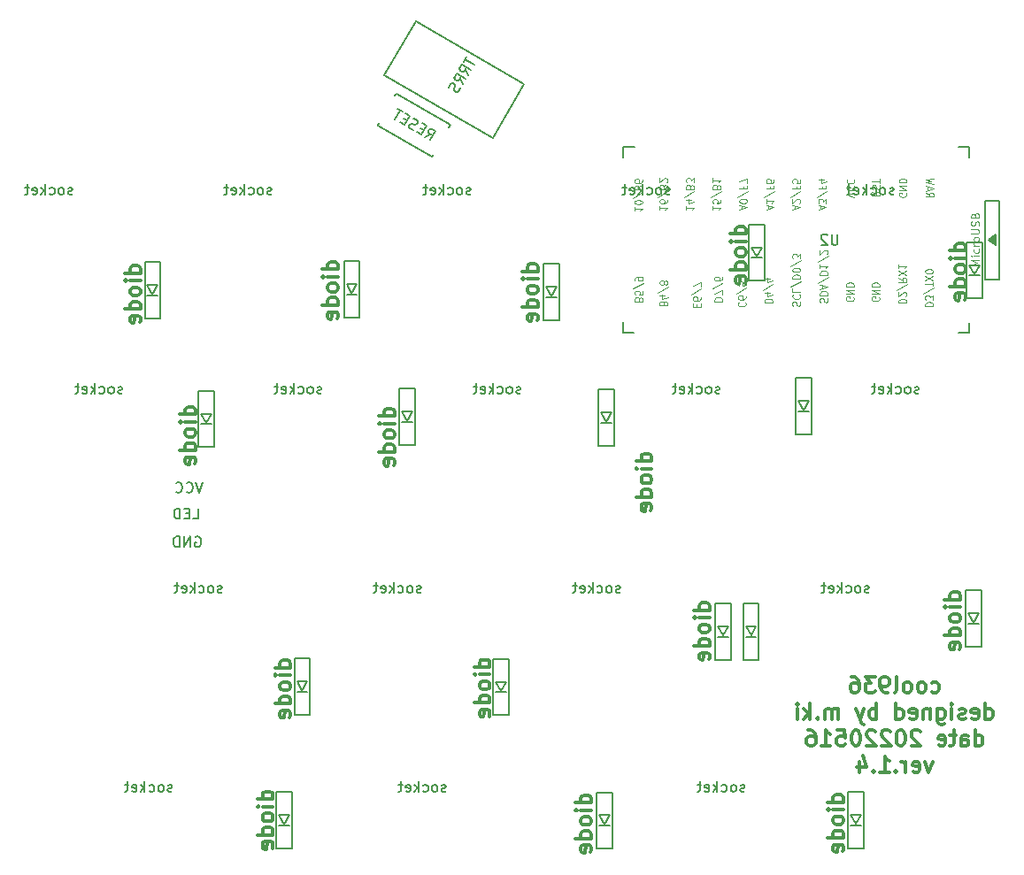
<source format=gbr>
G04 #@! TF.GenerationSoftware,KiCad,Pcbnew,(5.1.6-0-10_14)*
G04 #@! TF.CreationDate,2022-05-18T19:33:53+09:00*
G04 #@! TF.ProjectId,cool936,636f6f6c-3933-4362-9e6b-696361645f70,rev?*
G04 #@! TF.SameCoordinates,Original*
G04 #@! TF.FileFunction,Legend,Bot*
G04 #@! TF.FilePolarity,Positive*
%FSLAX46Y46*%
G04 Gerber Fmt 4.6, Leading zero omitted, Abs format (unit mm)*
G04 Created by KiCad (PCBNEW (5.1.6-0-10_14)) date 2022-05-18 19:33:53*
%MOMM*%
%LPD*%
G01*
G04 APERTURE LIST*
%ADD10C,0.300000*%
%ADD11C,0.150000*%
%ADD12C,0.120000*%
%ADD13C,0.125000*%
G04 APERTURE END LIST*
D10*
X193308571Y-16284285D02*
X191808571Y-16284285D01*
X193237142Y-16284285D02*
X193308571Y-16141428D01*
X193308571Y-15855714D01*
X193237142Y-15712857D01*
X193165714Y-15641428D01*
X193022857Y-15570000D01*
X192594285Y-15570000D01*
X192451428Y-15641428D01*
X192380000Y-15712857D01*
X192308571Y-15855714D01*
X192308571Y-16141428D01*
X192380000Y-16284285D01*
X193308571Y-16998571D02*
X192308571Y-16998571D01*
X191808571Y-16998571D02*
X191880000Y-16927142D01*
X191951428Y-16998571D01*
X191880000Y-17070000D01*
X191808571Y-16998571D01*
X191951428Y-16998571D01*
X193308571Y-17927142D02*
X193237142Y-17784285D01*
X193165714Y-17712857D01*
X193022857Y-17641428D01*
X192594285Y-17641428D01*
X192451428Y-17712857D01*
X192380000Y-17784285D01*
X192308571Y-17927142D01*
X192308571Y-18141428D01*
X192380000Y-18284285D01*
X192451428Y-18355714D01*
X192594285Y-18427142D01*
X193022857Y-18427142D01*
X193165714Y-18355714D01*
X193237142Y-18284285D01*
X193308571Y-18141428D01*
X193308571Y-17927142D01*
X193308571Y-19712857D02*
X191808571Y-19712857D01*
X193237142Y-19712857D02*
X193308571Y-19570000D01*
X193308571Y-19284285D01*
X193237142Y-19141428D01*
X193165714Y-19070000D01*
X193022857Y-18998571D01*
X192594285Y-18998571D01*
X192451428Y-19070000D01*
X192380000Y-19141428D01*
X192308571Y-19284285D01*
X192308571Y-19570000D01*
X192380000Y-19712857D01*
X193237142Y-20998571D02*
X193308571Y-20855714D01*
X193308571Y-20570000D01*
X193237142Y-20427142D01*
X193094285Y-20355714D01*
X192522857Y-20355714D01*
X192380000Y-20427142D01*
X192308571Y-20570000D01*
X192308571Y-20855714D01*
X192380000Y-20998571D01*
X192522857Y-21070000D01*
X192665714Y-21070000D01*
X192808571Y-20355714D01*
X266958571Y-604285D02*
X265458571Y-604285D01*
X266887142Y-604285D02*
X266958571Y-461428D01*
X266958571Y-175714D01*
X266887142Y-32857D01*
X266815714Y38571D01*
X266672857Y110000D01*
X266244285Y110000D01*
X266101428Y38571D01*
X266030000Y-32857D01*
X265958571Y-175714D01*
X265958571Y-461428D01*
X266030000Y-604285D01*
X266958571Y-1318571D02*
X265958571Y-1318571D01*
X265458571Y-1318571D02*
X265530000Y-1247142D01*
X265601428Y-1318571D01*
X265530000Y-1390000D01*
X265458571Y-1318571D01*
X265601428Y-1318571D01*
X266958571Y-2247142D02*
X266887142Y-2104285D01*
X266815714Y-2032857D01*
X266672857Y-1961428D01*
X266244285Y-1961428D01*
X266101428Y-2032857D01*
X266030000Y-2104285D01*
X265958571Y-2247142D01*
X265958571Y-2461428D01*
X266030000Y-2604285D01*
X266101428Y-2675714D01*
X266244285Y-2747142D01*
X266672857Y-2747142D01*
X266815714Y-2675714D01*
X266887142Y-2604285D01*
X266958571Y-2461428D01*
X266958571Y-2247142D01*
X266958571Y-4032857D02*
X265458571Y-4032857D01*
X266887142Y-4032857D02*
X266958571Y-3890000D01*
X266958571Y-3604285D01*
X266887142Y-3461428D01*
X266815714Y-3390000D01*
X266672857Y-3318571D01*
X266244285Y-3318571D01*
X266101428Y-3390000D01*
X266030000Y-3461428D01*
X265958571Y-3604285D01*
X265958571Y-3890000D01*
X266030000Y-4032857D01*
X266887142Y-5318571D02*
X266958571Y-5175714D01*
X266958571Y-4890000D01*
X266887142Y-4747142D01*
X266744285Y-4675714D01*
X266172857Y-4675714D01*
X266030000Y-4747142D01*
X265958571Y-4890000D01*
X265958571Y-5175714D01*
X266030000Y-5318571D01*
X266172857Y-5390000D01*
X266315714Y-5390000D01*
X266458571Y-4675714D01*
X200698571Y-53084285D02*
X199198571Y-53084285D01*
X200627142Y-53084285D02*
X200698571Y-52941428D01*
X200698571Y-52655714D01*
X200627142Y-52512857D01*
X200555714Y-52441428D01*
X200412857Y-52370000D01*
X199984285Y-52370000D01*
X199841428Y-52441428D01*
X199770000Y-52512857D01*
X199698571Y-52655714D01*
X199698571Y-52941428D01*
X199770000Y-53084285D01*
X200698571Y-53798571D02*
X199698571Y-53798571D01*
X199198571Y-53798571D02*
X199270000Y-53727142D01*
X199341428Y-53798571D01*
X199270000Y-53870000D01*
X199198571Y-53798571D01*
X199341428Y-53798571D01*
X200698571Y-54727142D02*
X200627142Y-54584285D01*
X200555714Y-54512857D01*
X200412857Y-54441428D01*
X199984285Y-54441428D01*
X199841428Y-54512857D01*
X199770000Y-54584285D01*
X199698571Y-54727142D01*
X199698571Y-54941428D01*
X199770000Y-55084285D01*
X199841428Y-55155714D01*
X199984285Y-55227142D01*
X200412857Y-55227142D01*
X200555714Y-55155714D01*
X200627142Y-55084285D01*
X200698571Y-54941428D01*
X200698571Y-54727142D01*
X200698571Y-56512857D02*
X199198571Y-56512857D01*
X200627142Y-56512857D02*
X200698571Y-56370000D01*
X200698571Y-56084285D01*
X200627142Y-55941428D01*
X200555714Y-55870000D01*
X200412857Y-55798571D01*
X199984285Y-55798571D01*
X199841428Y-55870000D01*
X199770000Y-55941428D01*
X199698571Y-56084285D01*
X199698571Y-56370000D01*
X199770000Y-56512857D01*
X200627142Y-57798571D02*
X200698571Y-57655714D01*
X200698571Y-57370000D01*
X200627142Y-57227142D01*
X200484285Y-57155714D01*
X199912857Y-57155714D01*
X199770000Y-57227142D01*
X199698571Y-57370000D01*
X199698571Y-57655714D01*
X199770000Y-57798571D01*
X199912857Y-57870000D01*
X200055714Y-57870000D01*
X200198571Y-57155714D01*
X202378571Y-40534285D02*
X200878571Y-40534285D01*
X202307142Y-40534285D02*
X202378571Y-40391428D01*
X202378571Y-40105714D01*
X202307142Y-39962857D01*
X202235714Y-39891428D01*
X202092857Y-39820000D01*
X201664285Y-39820000D01*
X201521428Y-39891428D01*
X201450000Y-39962857D01*
X201378571Y-40105714D01*
X201378571Y-40391428D01*
X201450000Y-40534285D01*
X202378571Y-41248571D02*
X201378571Y-41248571D01*
X200878571Y-41248571D02*
X200950000Y-41177142D01*
X201021428Y-41248571D01*
X200950000Y-41320000D01*
X200878571Y-41248571D01*
X201021428Y-41248571D01*
X202378571Y-42177142D02*
X202307142Y-42034285D01*
X202235714Y-41962857D01*
X202092857Y-41891428D01*
X201664285Y-41891428D01*
X201521428Y-41962857D01*
X201450000Y-42034285D01*
X201378571Y-42177142D01*
X201378571Y-42391428D01*
X201450000Y-42534285D01*
X201521428Y-42605714D01*
X201664285Y-42677142D01*
X202092857Y-42677142D01*
X202235714Y-42605714D01*
X202307142Y-42534285D01*
X202378571Y-42391428D01*
X202378571Y-42177142D01*
X202378571Y-43962857D02*
X200878571Y-43962857D01*
X202307142Y-43962857D02*
X202378571Y-43820000D01*
X202378571Y-43534285D01*
X202307142Y-43391428D01*
X202235714Y-43320000D01*
X202092857Y-43248571D01*
X201664285Y-43248571D01*
X201521428Y-43320000D01*
X201450000Y-43391428D01*
X201378571Y-43534285D01*
X201378571Y-43820000D01*
X201450000Y-43962857D01*
X202307142Y-45248571D02*
X202378571Y-45105714D01*
X202378571Y-44820000D01*
X202307142Y-44677142D01*
X202164285Y-44605714D01*
X201592857Y-44605714D01*
X201450000Y-44677142D01*
X201378571Y-44820000D01*
X201378571Y-45105714D01*
X201450000Y-45248571D01*
X201592857Y-45320000D01*
X201735714Y-45320000D01*
X201878571Y-44605714D01*
X245968571Y995714D02*
X244468571Y995714D01*
X245897142Y995714D02*
X245968571Y1138571D01*
X245968571Y1424285D01*
X245897142Y1567142D01*
X245825714Y1638571D01*
X245682857Y1710000D01*
X245254285Y1710000D01*
X245111428Y1638571D01*
X245040000Y1567142D01*
X244968571Y1424285D01*
X244968571Y1138571D01*
X245040000Y995714D01*
X245968571Y281428D02*
X244968571Y281428D01*
X244468571Y281428D02*
X244540000Y352857D01*
X244611428Y281428D01*
X244540000Y210000D01*
X244468571Y281428D01*
X244611428Y281428D01*
X245968571Y-647142D02*
X245897142Y-504285D01*
X245825714Y-432857D01*
X245682857Y-361428D01*
X245254285Y-361428D01*
X245111428Y-432857D01*
X245040000Y-504285D01*
X244968571Y-647142D01*
X244968571Y-861428D01*
X245040000Y-1004285D01*
X245111428Y-1075714D01*
X245254285Y-1147142D01*
X245682857Y-1147142D01*
X245825714Y-1075714D01*
X245897142Y-1004285D01*
X245968571Y-861428D01*
X245968571Y-647142D01*
X245968571Y-2432857D02*
X244468571Y-2432857D01*
X245897142Y-2432857D02*
X245968571Y-2290000D01*
X245968571Y-2004285D01*
X245897142Y-1861428D01*
X245825714Y-1790000D01*
X245682857Y-1718571D01*
X245254285Y-1718571D01*
X245111428Y-1790000D01*
X245040000Y-1861428D01*
X244968571Y-2004285D01*
X244968571Y-2290000D01*
X245040000Y-2432857D01*
X245897142Y-3718571D02*
X245968571Y-3575714D01*
X245968571Y-3290000D01*
X245897142Y-3147142D01*
X245754285Y-3075714D01*
X245182857Y-3075714D01*
X245040000Y-3147142D01*
X244968571Y-3290000D01*
X244968571Y-3575714D01*
X245040000Y-3718571D01*
X245182857Y-3790000D01*
X245325714Y-3790000D01*
X245468571Y-3075714D01*
X236928571Y-20744285D02*
X235428571Y-20744285D01*
X236857142Y-20744285D02*
X236928571Y-20601428D01*
X236928571Y-20315714D01*
X236857142Y-20172857D01*
X236785714Y-20101428D01*
X236642857Y-20030000D01*
X236214285Y-20030000D01*
X236071428Y-20101428D01*
X236000000Y-20172857D01*
X235928571Y-20315714D01*
X235928571Y-20601428D01*
X236000000Y-20744285D01*
X236928571Y-21458571D02*
X235928571Y-21458571D01*
X235428571Y-21458571D02*
X235500000Y-21387142D01*
X235571428Y-21458571D01*
X235500000Y-21530000D01*
X235428571Y-21458571D01*
X235571428Y-21458571D01*
X236928571Y-22387142D02*
X236857142Y-22244285D01*
X236785714Y-22172857D01*
X236642857Y-22101428D01*
X236214285Y-22101428D01*
X236071428Y-22172857D01*
X236000000Y-22244285D01*
X235928571Y-22387142D01*
X235928571Y-22601428D01*
X236000000Y-22744285D01*
X236071428Y-22815714D01*
X236214285Y-22887142D01*
X236642857Y-22887142D01*
X236785714Y-22815714D01*
X236857142Y-22744285D01*
X236928571Y-22601428D01*
X236928571Y-22387142D01*
X236928571Y-24172857D02*
X235428571Y-24172857D01*
X236857142Y-24172857D02*
X236928571Y-24030000D01*
X236928571Y-23744285D01*
X236857142Y-23601428D01*
X236785714Y-23530000D01*
X236642857Y-23458571D01*
X236214285Y-23458571D01*
X236071428Y-23530000D01*
X236000000Y-23601428D01*
X235928571Y-23744285D01*
X235928571Y-24030000D01*
X236000000Y-24172857D01*
X236857142Y-25458571D02*
X236928571Y-25315714D01*
X236928571Y-25030000D01*
X236857142Y-24887142D01*
X236714285Y-24815714D01*
X236142857Y-24815714D01*
X236000000Y-24887142D01*
X235928571Y-25030000D01*
X235928571Y-25315714D01*
X236000000Y-25458571D01*
X236142857Y-25530000D01*
X236285714Y-25530000D01*
X236428571Y-24815714D01*
X188028571Y-2764285D02*
X186528571Y-2764285D01*
X187957142Y-2764285D02*
X188028571Y-2621428D01*
X188028571Y-2335714D01*
X187957142Y-2192857D01*
X187885714Y-2121428D01*
X187742857Y-2050000D01*
X187314285Y-2050000D01*
X187171428Y-2121428D01*
X187100000Y-2192857D01*
X187028571Y-2335714D01*
X187028571Y-2621428D01*
X187100000Y-2764285D01*
X188028571Y-3478571D02*
X187028571Y-3478571D01*
X186528571Y-3478571D02*
X186600000Y-3407142D01*
X186671428Y-3478571D01*
X186600000Y-3550000D01*
X186528571Y-3478571D01*
X186671428Y-3478571D01*
X188028571Y-4407142D02*
X187957142Y-4264285D01*
X187885714Y-4192857D01*
X187742857Y-4121428D01*
X187314285Y-4121428D01*
X187171428Y-4192857D01*
X187100000Y-4264285D01*
X187028571Y-4407142D01*
X187028571Y-4621428D01*
X187100000Y-4764285D01*
X187171428Y-4835714D01*
X187314285Y-4907142D01*
X187742857Y-4907142D01*
X187885714Y-4835714D01*
X187957142Y-4764285D01*
X188028571Y-4621428D01*
X188028571Y-4407142D01*
X188028571Y-6192857D02*
X186528571Y-6192857D01*
X187957142Y-6192857D02*
X188028571Y-6050000D01*
X188028571Y-5764285D01*
X187957142Y-5621428D01*
X187885714Y-5550000D01*
X187742857Y-5478571D01*
X187314285Y-5478571D01*
X187171428Y-5550000D01*
X187100000Y-5621428D01*
X187028571Y-5764285D01*
X187028571Y-6050000D01*
X187100000Y-6192857D01*
X187957142Y-7478571D02*
X188028571Y-7335714D01*
X188028571Y-7050000D01*
X187957142Y-6907142D01*
X187814285Y-6835714D01*
X187242857Y-6835714D01*
X187100000Y-6907142D01*
X187028571Y-7050000D01*
X187028571Y-7335714D01*
X187100000Y-7478571D01*
X187242857Y-7550000D01*
X187385714Y-7550000D01*
X187528571Y-6835714D01*
X242478571Y-35014285D02*
X240978571Y-35014285D01*
X242407142Y-35014285D02*
X242478571Y-34871428D01*
X242478571Y-34585714D01*
X242407142Y-34442857D01*
X242335714Y-34371428D01*
X242192857Y-34300000D01*
X241764285Y-34300000D01*
X241621428Y-34371428D01*
X241550000Y-34442857D01*
X241478571Y-34585714D01*
X241478571Y-34871428D01*
X241550000Y-35014285D01*
X242478571Y-35728571D02*
X241478571Y-35728571D01*
X240978571Y-35728571D02*
X241050000Y-35657142D01*
X241121428Y-35728571D01*
X241050000Y-35800000D01*
X240978571Y-35728571D01*
X241121428Y-35728571D01*
X242478571Y-36657142D02*
X242407142Y-36514285D01*
X242335714Y-36442857D01*
X242192857Y-36371428D01*
X241764285Y-36371428D01*
X241621428Y-36442857D01*
X241550000Y-36514285D01*
X241478571Y-36657142D01*
X241478571Y-36871428D01*
X241550000Y-37014285D01*
X241621428Y-37085714D01*
X241764285Y-37157142D01*
X242192857Y-37157142D01*
X242335714Y-37085714D01*
X242407142Y-37014285D01*
X242478571Y-36871428D01*
X242478571Y-36657142D01*
X242478571Y-38442857D02*
X240978571Y-38442857D01*
X242407142Y-38442857D02*
X242478571Y-38300000D01*
X242478571Y-38014285D01*
X242407142Y-37871428D01*
X242335714Y-37800000D01*
X242192857Y-37728571D01*
X241764285Y-37728571D01*
X241621428Y-37800000D01*
X241550000Y-37871428D01*
X241478571Y-38014285D01*
X241478571Y-38300000D01*
X241550000Y-38442857D01*
X242407142Y-39728571D02*
X242478571Y-39585714D01*
X242478571Y-39300000D01*
X242407142Y-39157142D01*
X242264285Y-39085714D01*
X241692857Y-39085714D01*
X241550000Y-39157142D01*
X241478571Y-39300000D01*
X241478571Y-39585714D01*
X241550000Y-39728571D01*
X241692857Y-39800000D01*
X241835714Y-39800000D01*
X241978571Y-39085714D01*
X206928571Y-2394285D02*
X205428571Y-2394285D01*
X206857142Y-2394285D02*
X206928571Y-2251428D01*
X206928571Y-1965714D01*
X206857142Y-1822857D01*
X206785714Y-1751428D01*
X206642857Y-1680000D01*
X206214285Y-1680000D01*
X206071428Y-1751428D01*
X206000000Y-1822857D01*
X205928571Y-1965714D01*
X205928571Y-2251428D01*
X206000000Y-2394285D01*
X206928571Y-3108571D02*
X205928571Y-3108571D01*
X205428571Y-3108571D02*
X205500000Y-3037142D01*
X205571428Y-3108571D01*
X205500000Y-3180000D01*
X205428571Y-3108571D01*
X205571428Y-3108571D01*
X206928571Y-4037142D02*
X206857142Y-3894285D01*
X206785714Y-3822857D01*
X206642857Y-3751428D01*
X206214285Y-3751428D01*
X206071428Y-3822857D01*
X206000000Y-3894285D01*
X205928571Y-4037142D01*
X205928571Y-4251428D01*
X206000000Y-4394285D01*
X206071428Y-4465714D01*
X206214285Y-4537142D01*
X206642857Y-4537142D01*
X206785714Y-4465714D01*
X206857142Y-4394285D01*
X206928571Y-4251428D01*
X206928571Y-4037142D01*
X206928571Y-5822857D02*
X205428571Y-5822857D01*
X206857142Y-5822857D02*
X206928571Y-5680000D01*
X206928571Y-5394285D01*
X206857142Y-5251428D01*
X206785714Y-5180000D01*
X206642857Y-5108571D01*
X206214285Y-5108571D01*
X206071428Y-5180000D01*
X206000000Y-5251428D01*
X205928571Y-5394285D01*
X205928571Y-5680000D01*
X206000000Y-5822857D01*
X206857142Y-7108571D02*
X206928571Y-6965714D01*
X206928571Y-6680000D01*
X206857142Y-6537142D01*
X206714285Y-6465714D01*
X206142857Y-6465714D01*
X206000000Y-6537142D01*
X205928571Y-6680000D01*
X205928571Y-6965714D01*
X206000000Y-7108571D01*
X206142857Y-7180000D01*
X206285714Y-7180000D01*
X206428571Y-6465714D01*
X266468571Y-34014285D02*
X264968571Y-34014285D01*
X266397142Y-34014285D02*
X266468571Y-33871428D01*
X266468571Y-33585714D01*
X266397142Y-33442857D01*
X266325714Y-33371428D01*
X266182857Y-33300000D01*
X265754285Y-33300000D01*
X265611428Y-33371428D01*
X265540000Y-33442857D01*
X265468571Y-33585714D01*
X265468571Y-33871428D01*
X265540000Y-34014285D01*
X266468571Y-34728571D02*
X265468571Y-34728571D01*
X264968571Y-34728571D02*
X265040000Y-34657142D01*
X265111428Y-34728571D01*
X265040000Y-34800000D01*
X264968571Y-34728571D01*
X265111428Y-34728571D01*
X266468571Y-35657142D02*
X266397142Y-35514285D01*
X266325714Y-35442857D01*
X266182857Y-35371428D01*
X265754285Y-35371428D01*
X265611428Y-35442857D01*
X265540000Y-35514285D01*
X265468571Y-35657142D01*
X265468571Y-35871428D01*
X265540000Y-36014285D01*
X265611428Y-36085714D01*
X265754285Y-36157142D01*
X266182857Y-36157142D01*
X266325714Y-36085714D01*
X266397142Y-36014285D01*
X266468571Y-35871428D01*
X266468571Y-35657142D01*
X266468571Y-37442857D02*
X264968571Y-37442857D01*
X266397142Y-37442857D02*
X266468571Y-37300000D01*
X266468571Y-37014285D01*
X266397142Y-36871428D01*
X266325714Y-36800000D01*
X266182857Y-36728571D01*
X265754285Y-36728571D01*
X265611428Y-36800000D01*
X265540000Y-36871428D01*
X265468571Y-37014285D01*
X265468571Y-37300000D01*
X265540000Y-37442857D01*
X266397142Y-38728571D02*
X266468571Y-38585714D01*
X266468571Y-38300000D01*
X266397142Y-38157142D01*
X266254285Y-38085714D01*
X265682857Y-38085714D01*
X265540000Y-38157142D01*
X265468571Y-38300000D01*
X265468571Y-38585714D01*
X265540000Y-38728571D01*
X265682857Y-38800000D01*
X265825714Y-38800000D01*
X265968571Y-38085714D01*
X221448571Y-40454285D02*
X219948571Y-40454285D01*
X221377142Y-40454285D02*
X221448571Y-40311428D01*
X221448571Y-40025714D01*
X221377142Y-39882857D01*
X221305714Y-39811428D01*
X221162857Y-39740000D01*
X220734285Y-39740000D01*
X220591428Y-39811428D01*
X220520000Y-39882857D01*
X220448571Y-40025714D01*
X220448571Y-40311428D01*
X220520000Y-40454285D01*
X221448571Y-41168571D02*
X220448571Y-41168571D01*
X219948571Y-41168571D02*
X220020000Y-41097142D01*
X220091428Y-41168571D01*
X220020000Y-41240000D01*
X219948571Y-41168571D01*
X220091428Y-41168571D01*
X221448571Y-42097142D02*
X221377142Y-41954285D01*
X221305714Y-41882857D01*
X221162857Y-41811428D01*
X220734285Y-41811428D01*
X220591428Y-41882857D01*
X220520000Y-41954285D01*
X220448571Y-42097142D01*
X220448571Y-42311428D01*
X220520000Y-42454285D01*
X220591428Y-42525714D01*
X220734285Y-42597142D01*
X221162857Y-42597142D01*
X221305714Y-42525714D01*
X221377142Y-42454285D01*
X221448571Y-42311428D01*
X221448571Y-42097142D01*
X221448571Y-43882857D02*
X219948571Y-43882857D01*
X221377142Y-43882857D02*
X221448571Y-43740000D01*
X221448571Y-43454285D01*
X221377142Y-43311428D01*
X221305714Y-43240000D01*
X221162857Y-43168571D01*
X220734285Y-43168571D01*
X220591428Y-43240000D01*
X220520000Y-43311428D01*
X220448571Y-43454285D01*
X220448571Y-43740000D01*
X220520000Y-43882857D01*
X221377142Y-45168571D02*
X221448571Y-45025714D01*
X221448571Y-44740000D01*
X221377142Y-44597142D01*
X221234285Y-44525714D01*
X220662857Y-44525714D01*
X220520000Y-44597142D01*
X220448571Y-44740000D01*
X220448571Y-45025714D01*
X220520000Y-45168571D01*
X220662857Y-45240000D01*
X220805714Y-45240000D01*
X220948571Y-44525714D01*
X212328571Y-16424285D02*
X210828571Y-16424285D01*
X212257142Y-16424285D02*
X212328571Y-16281428D01*
X212328571Y-15995714D01*
X212257142Y-15852857D01*
X212185714Y-15781428D01*
X212042857Y-15710000D01*
X211614285Y-15710000D01*
X211471428Y-15781428D01*
X211400000Y-15852857D01*
X211328571Y-15995714D01*
X211328571Y-16281428D01*
X211400000Y-16424285D01*
X212328571Y-17138571D02*
X211328571Y-17138571D01*
X210828571Y-17138571D02*
X210900000Y-17067142D01*
X210971428Y-17138571D01*
X210900000Y-17210000D01*
X210828571Y-17138571D01*
X210971428Y-17138571D01*
X212328571Y-18067142D02*
X212257142Y-17924285D01*
X212185714Y-17852857D01*
X212042857Y-17781428D01*
X211614285Y-17781428D01*
X211471428Y-17852857D01*
X211400000Y-17924285D01*
X211328571Y-18067142D01*
X211328571Y-18281428D01*
X211400000Y-18424285D01*
X211471428Y-18495714D01*
X211614285Y-18567142D01*
X212042857Y-18567142D01*
X212185714Y-18495714D01*
X212257142Y-18424285D01*
X212328571Y-18281428D01*
X212328571Y-18067142D01*
X212328571Y-19852857D02*
X210828571Y-19852857D01*
X212257142Y-19852857D02*
X212328571Y-19710000D01*
X212328571Y-19424285D01*
X212257142Y-19281428D01*
X212185714Y-19210000D01*
X212042857Y-19138571D01*
X211614285Y-19138571D01*
X211471428Y-19210000D01*
X211400000Y-19281428D01*
X211328571Y-19424285D01*
X211328571Y-19710000D01*
X211400000Y-19852857D01*
X212257142Y-21138571D02*
X212328571Y-20995714D01*
X212328571Y-20710000D01*
X212257142Y-20567142D01*
X212114285Y-20495714D01*
X211542857Y-20495714D01*
X211400000Y-20567142D01*
X211328571Y-20710000D01*
X211328571Y-20995714D01*
X211400000Y-21138571D01*
X211542857Y-21210000D01*
X211685714Y-21210000D01*
X211828571Y-20495714D01*
X255288571Y-53374285D02*
X253788571Y-53374285D01*
X255217142Y-53374285D02*
X255288571Y-53231428D01*
X255288571Y-52945714D01*
X255217142Y-52802857D01*
X255145714Y-52731428D01*
X255002857Y-52660000D01*
X254574285Y-52660000D01*
X254431428Y-52731428D01*
X254360000Y-52802857D01*
X254288571Y-52945714D01*
X254288571Y-53231428D01*
X254360000Y-53374285D01*
X255288571Y-54088571D02*
X254288571Y-54088571D01*
X253788571Y-54088571D02*
X253860000Y-54017142D01*
X253931428Y-54088571D01*
X253860000Y-54160000D01*
X253788571Y-54088571D01*
X253931428Y-54088571D01*
X255288571Y-55017142D02*
X255217142Y-54874285D01*
X255145714Y-54802857D01*
X255002857Y-54731428D01*
X254574285Y-54731428D01*
X254431428Y-54802857D01*
X254360000Y-54874285D01*
X254288571Y-55017142D01*
X254288571Y-55231428D01*
X254360000Y-55374285D01*
X254431428Y-55445714D01*
X254574285Y-55517142D01*
X255002857Y-55517142D01*
X255145714Y-55445714D01*
X255217142Y-55374285D01*
X255288571Y-55231428D01*
X255288571Y-55017142D01*
X255288571Y-56802857D02*
X253788571Y-56802857D01*
X255217142Y-56802857D02*
X255288571Y-56660000D01*
X255288571Y-56374285D01*
X255217142Y-56231428D01*
X255145714Y-56160000D01*
X255002857Y-56088571D01*
X254574285Y-56088571D01*
X254431428Y-56160000D01*
X254360000Y-56231428D01*
X254288571Y-56374285D01*
X254288571Y-56660000D01*
X254360000Y-56802857D01*
X255217142Y-58088571D02*
X255288571Y-57945714D01*
X255288571Y-57660000D01*
X255217142Y-57517142D01*
X255074285Y-57445714D01*
X254502857Y-57445714D01*
X254360000Y-57517142D01*
X254288571Y-57660000D01*
X254288571Y-57945714D01*
X254360000Y-58088571D01*
X254502857Y-58160000D01*
X254645714Y-58160000D01*
X254788571Y-57445714D01*
X263715714Y-42812142D02*
X263858571Y-42883571D01*
X264144285Y-42883571D01*
X264287142Y-42812142D01*
X264358571Y-42740714D01*
X264430000Y-42597857D01*
X264430000Y-42169285D01*
X264358571Y-42026428D01*
X264287142Y-41955000D01*
X264144285Y-41883571D01*
X263858571Y-41883571D01*
X263715714Y-41955000D01*
X262858571Y-42883571D02*
X263001428Y-42812142D01*
X263072857Y-42740714D01*
X263144285Y-42597857D01*
X263144285Y-42169285D01*
X263072857Y-42026428D01*
X263001428Y-41955000D01*
X262858571Y-41883571D01*
X262644285Y-41883571D01*
X262501428Y-41955000D01*
X262430000Y-42026428D01*
X262358571Y-42169285D01*
X262358571Y-42597857D01*
X262430000Y-42740714D01*
X262501428Y-42812142D01*
X262644285Y-42883571D01*
X262858571Y-42883571D01*
X261501428Y-42883571D02*
X261644285Y-42812142D01*
X261715714Y-42740714D01*
X261787142Y-42597857D01*
X261787142Y-42169285D01*
X261715714Y-42026428D01*
X261644285Y-41955000D01*
X261501428Y-41883571D01*
X261287142Y-41883571D01*
X261144285Y-41955000D01*
X261072857Y-42026428D01*
X261001428Y-42169285D01*
X261001428Y-42597857D01*
X261072857Y-42740714D01*
X261144285Y-42812142D01*
X261287142Y-42883571D01*
X261501428Y-42883571D01*
X260144285Y-42883571D02*
X260287142Y-42812142D01*
X260358571Y-42669285D01*
X260358571Y-41383571D01*
X259501428Y-42883571D02*
X259215714Y-42883571D01*
X259072857Y-42812142D01*
X259001428Y-42740714D01*
X258858571Y-42526428D01*
X258787142Y-42240714D01*
X258787142Y-41669285D01*
X258858571Y-41526428D01*
X258930000Y-41455000D01*
X259072857Y-41383571D01*
X259358571Y-41383571D01*
X259501428Y-41455000D01*
X259572857Y-41526428D01*
X259644285Y-41669285D01*
X259644285Y-42026428D01*
X259572857Y-42169285D01*
X259501428Y-42240714D01*
X259358571Y-42312142D01*
X259072857Y-42312142D01*
X258930000Y-42240714D01*
X258858571Y-42169285D01*
X258787142Y-42026428D01*
X258287142Y-41383571D02*
X257358571Y-41383571D01*
X257858571Y-41955000D01*
X257644285Y-41955000D01*
X257501428Y-42026428D01*
X257430000Y-42097857D01*
X257358571Y-42240714D01*
X257358571Y-42597857D01*
X257430000Y-42740714D01*
X257501428Y-42812142D01*
X257644285Y-42883571D01*
X258072857Y-42883571D01*
X258215714Y-42812142D01*
X258287142Y-42740714D01*
X256072857Y-41383571D02*
X256358571Y-41383571D01*
X256501428Y-41455000D01*
X256572857Y-41526428D01*
X256715714Y-41740714D01*
X256787142Y-42026428D01*
X256787142Y-42597857D01*
X256715714Y-42740714D01*
X256644285Y-42812142D01*
X256501428Y-42883571D01*
X256215714Y-42883571D01*
X256072857Y-42812142D01*
X256001428Y-42740714D01*
X255930000Y-42597857D01*
X255930000Y-42240714D01*
X256001428Y-42097857D01*
X256072857Y-42026428D01*
X256215714Y-41955000D01*
X256501428Y-41955000D01*
X256644285Y-42026428D01*
X256715714Y-42097857D01*
X256787142Y-42240714D01*
X268858571Y-45433571D02*
X268858571Y-43933571D01*
X268858571Y-45362142D02*
X269001428Y-45433571D01*
X269287142Y-45433571D01*
X269430000Y-45362142D01*
X269501428Y-45290714D01*
X269572857Y-45147857D01*
X269572857Y-44719285D01*
X269501428Y-44576428D01*
X269430000Y-44505000D01*
X269287142Y-44433571D01*
X269001428Y-44433571D01*
X268858571Y-44505000D01*
X267572857Y-45362142D02*
X267715714Y-45433571D01*
X268001428Y-45433571D01*
X268144285Y-45362142D01*
X268215714Y-45219285D01*
X268215714Y-44647857D01*
X268144285Y-44505000D01*
X268001428Y-44433571D01*
X267715714Y-44433571D01*
X267572857Y-44505000D01*
X267501428Y-44647857D01*
X267501428Y-44790714D01*
X268215714Y-44933571D01*
X266930000Y-45362142D02*
X266787142Y-45433571D01*
X266501428Y-45433571D01*
X266358571Y-45362142D01*
X266287142Y-45219285D01*
X266287142Y-45147857D01*
X266358571Y-45005000D01*
X266501428Y-44933571D01*
X266715714Y-44933571D01*
X266858571Y-44862142D01*
X266930000Y-44719285D01*
X266930000Y-44647857D01*
X266858571Y-44505000D01*
X266715714Y-44433571D01*
X266501428Y-44433571D01*
X266358571Y-44505000D01*
X265644285Y-45433571D02*
X265644285Y-44433571D01*
X265644285Y-43933571D02*
X265715714Y-44005000D01*
X265644285Y-44076428D01*
X265572857Y-44005000D01*
X265644285Y-43933571D01*
X265644285Y-44076428D01*
X264287142Y-44433571D02*
X264287142Y-45647857D01*
X264358571Y-45790714D01*
X264430000Y-45862142D01*
X264572857Y-45933571D01*
X264787142Y-45933571D01*
X264930000Y-45862142D01*
X264287142Y-45362142D02*
X264430000Y-45433571D01*
X264715714Y-45433571D01*
X264858571Y-45362142D01*
X264930000Y-45290714D01*
X265001428Y-45147857D01*
X265001428Y-44719285D01*
X264930000Y-44576428D01*
X264858571Y-44505000D01*
X264715714Y-44433571D01*
X264430000Y-44433571D01*
X264287142Y-44505000D01*
X263572857Y-44433571D02*
X263572857Y-45433571D01*
X263572857Y-44576428D02*
X263501428Y-44505000D01*
X263358571Y-44433571D01*
X263144285Y-44433571D01*
X263001428Y-44505000D01*
X262930000Y-44647857D01*
X262930000Y-45433571D01*
X261644285Y-45362142D02*
X261787142Y-45433571D01*
X262072857Y-45433571D01*
X262215714Y-45362142D01*
X262287142Y-45219285D01*
X262287142Y-44647857D01*
X262215714Y-44505000D01*
X262072857Y-44433571D01*
X261787142Y-44433571D01*
X261644285Y-44505000D01*
X261572857Y-44647857D01*
X261572857Y-44790714D01*
X262287142Y-44933571D01*
X260287142Y-45433571D02*
X260287142Y-43933571D01*
X260287142Y-45362142D02*
X260430000Y-45433571D01*
X260715714Y-45433571D01*
X260858571Y-45362142D01*
X260930000Y-45290714D01*
X261001428Y-45147857D01*
X261001428Y-44719285D01*
X260930000Y-44576428D01*
X260858571Y-44505000D01*
X260715714Y-44433571D01*
X260430000Y-44433571D01*
X260287142Y-44505000D01*
X258430000Y-45433571D02*
X258430000Y-43933571D01*
X258430000Y-44505000D02*
X258287142Y-44433571D01*
X258001428Y-44433571D01*
X257858571Y-44505000D01*
X257787142Y-44576428D01*
X257715714Y-44719285D01*
X257715714Y-45147857D01*
X257787142Y-45290714D01*
X257858571Y-45362142D01*
X258001428Y-45433571D01*
X258287142Y-45433571D01*
X258430000Y-45362142D01*
X257215714Y-44433571D02*
X256858571Y-45433571D01*
X256501428Y-44433571D02*
X256858571Y-45433571D01*
X257001428Y-45790714D01*
X257072857Y-45862142D01*
X257215714Y-45933571D01*
X254787142Y-45433571D02*
X254787142Y-44433571D01*
X254787142Y-44576428D02*
X254715714Y-44505000D01*
X254572857Y-44433571D01*
X254358571Y-44433571D01*
X254215714Y-44505000D01*
X254144285Y-44647857D01*
X254144285Y-45433571D01*
X254144285Y-44647857D02*
X254072857Y-44505000D01*
X253930000Y-44433571D01*
X253715714Y-44433571D01*
X253572857Y-44505000D01*
X253501428Y-44647857D01*
X253501428Y-45433571D01*
X252787142Y-45290714D02*
X252715714Y-45362142D01*
X252787142Y-45433571D01*
X252858571Y-45362142D01*
X252787142Y-45290714D01*
X252787142Y-45433571D01*
X252072857Y-45433571D02*
X252072857Y-43933571D01*
X251930000Y-44862142D02*
X251501428Y-45433571D01*
X251501428Y-44433571D02*
X252072857Y-45005000D01*
X250858571Y-45433571D02*
X250858571Y-44433571D01*
X250858571Y-43933571D02*
X250930000Y-44005000D01*
X250858571Y-44076428D01*
X250787142Y-44005000D01*
X250858571Y-43933571D01*
X250858571Y-44076428D01*
X267894285Y-47983571D02*
X267894285Y-46483571D01*
X267894285Y-47912142D02*
X268037142Y-47983571D01*
X268322857Y-47983571D01*
X268465714Y-47912142D01*
X268537142Y-47840714D01*
X268608571Y-47697857D01*
X268608571Y-47269285D01*
X268537142Y-47126428D01*
X268465714Y-47055000D01*
X268322857Y-46983571D01*
X268037142Y-46983571D01*
X267894285Y-47055000D01*
X266537142Y-47983571D02*
X266537142Y-47197857D01*
X266608571Y-47055000D01*
X266751428Y-46983571D01*
X267037142Y-46983571D01*
X267180000Y-47055000D01*
X266537142Y-47912142D02*
X266680000Y-47983571D01*
X267037142Y-47983571D01*
X267180000Y-47912142D01*
X267251428Y-47769285D01*
X267251428Y-47626428D01*
X267180000Y-47483571D01*
X267037142Y-47412142D01*
X266680000Y-47412142D01*
X266537142Y-47340714D01*
X266037142Y-46983571D02*
X265465714Y-46983571D01*
X265822857Y-46483571D02*
X265822857Y-47769285D01*
X265751428Y-47912142D01*
X265608571Y-47983571D01*
X265465714Y-47983571D01*
X264394285Y-47912142D02*
X264537142Y-47983571D01*
X264822857Y-47983571D01*
X264965714Y-47912142D01*
X265037142Y-47769285D01*
X265037142Y-47197857D01*
X264965714Y-47055000D01*
X264822857Y-46983571D01*
X264537142Y-46983571D01*
X264394285Y-47055000D01*
X264322857Y-47197857D01*
X264322857Y-47340714D01*
X265037142Y-47483571D01*
X262608571Y-46626428D02*
X262537142Y-46555000D01*
X262394285Y-46483571D01*
X262037142Y-46483571D01*
X261894285Y-46555000D01*
X261822857Y-46626428D01*
X261751428Y-46769285D01*
X261751428Y-46912142D01*
X261822857Y-47126428D01*
X262680000Y-47983571D01*
X261751428Y-47983571D01*
X260822857Y-46483571D02*
X260680000Y-46483571D01*
X260537142Y-46555000D01*
X260465714Y-46626428D01*
X260394285Y-46769285D01*
X260322857Y-47055000D01*
X260322857Y-47412142D01*
X260394285Y-47697857D01*
X260465714Y-47840714D01*
X260537142Y-47912142D01*
X260680000Y-47983571D01*
X260822857Y-47983571D01*
X260965714Y-47912142D01*
X261037142Y-47840714D01*
X261108571Y-47697857D01*
X261180000Y-47412142D01*
X261180000Y-47055000D01*
X261108571Y-46769285D01*
X261037142Y-46626428D01*
X260965714Y-46555000D01*
X260822857Y-46483571D01*
X259751428Y-46626428D02*
X259680000Y-46555000D01*
X259537142Y-46483571D01*
X259180000Y-46483571D01*
X259037142Y-46555000D01*
X258965714Y-46626428D01*
X258894285Y-46769285D01*
X258894285Y-46912142D01*
X258965714Y-47126428D01*
X259822857Y-47983571D01*
X258894285Y-47983571D01*
X258322857Y-46626428D02*
X258251428Y-46555000D01*
X258108571Y-46483571D01*
X257751428Y-46483571D01*
X257608571Y-46555000D01*
X257537142Y-46626428D01*
X257465714Y-46769285D01*
X257465714Y-46912142D01*
X257537142Y-47126428D01*
X258394285Y-47983571D01*
X257465714Y-47983571D01*
X256537142Y-46483571D02*
X256394285Y-46483571D01*
X256251428Y-46555000D01*
X256180000Y-46626428D01*
X256108571Y-46769285D01*
X256037142Y-47055000D01*
X256037142Y-47412142D01*
X256108571Y-47697857D01*
X256180000Y-47840714D01*
X256251428Y-47912142D01*
X256394285Y-47983571D01*
X256537142Y-47983571D01*
X256680000Y-47912142D01*
X256751428Y-47840714D01*
X256822857Y-47697857D01*
X256894285Y-47412142D01*
X256894285Y-47055000D01*
X256822857Y-46769285D01*
X256751428Y-46626428D01*
X256680000Y-46555000D01*
X256537142Y-46483571D01*
X254680000Y-46483571D02*
X255394285Y-46483571D01*
X255465714Y-47197857D01*
X255394285Y-47126428D01*
X255251428Y-47055000D01*
X254894285Y-47055000D01*
X254751428Y-47126428D01*
X254680000Y-47197857D01*
X254608571Y-47340714D01*
X254608571Y-47697857D01*
X254680000Y-47840714D01*
X254751428Y-47912142D01*
X254894285Y-47983571D01*
X255251428Y-47983571D01*
X255394285Y-47912142D01*
X255465714Y-47840714D01*
X253180000Y-47983571D02*
X254037142Y-47983571D01*
X253608571Y-47983571D02*
X253608571Y-46483571D01*
X253751428Y-46697857D01*
X253894285Y-46840714D01*
X254037142Y-46912142D01*
X251894285Y-46483571D02*
X252180000Y-46483571D01*
X252322857Y-46555000D01*
X252394285Y-46626428D01*
X252537142Y-46840714D01*
X252608571Y-47126428D01*
X252608571Y-47697857D01*
X252537142Y-47840714D01*
X252465714Y-47912142D01*
X252322857Y-47983571D01*
X252037142Y-47983571D01*
X251894285Y-47912142D01*
X251822857Y-47840714D01*
X251751428Y-47697857D01*
X251751428Y-47340714D01*
X251822857Y-47197857D01*
X251894285Y-47126428D01*
X252037142Y-47055000D01*
X252322857Y-47055000D01*
X252465714Y-47126428D01*
X252537142Y-47197857D01*
X252608571Y-47340714D01*
X263787142Y-49533571D02*
X263430000Y-50533571D01*
X263072857Y-49533571D01*
X261930000Y-50462142D02*
X262072857Y-50533571D01*
X262358571Y-50533571D01*
X262501428Y-50462142D01*
X262572857Y-50319285D01*
X262572857Y-49747857D01*
X262501428Y-49605000D01*
X262358571Y-49533571D01*
X262072857Y-49533571D01*
X261930000Y-49605000D01*
X261858571Y-49747857D01*
X261858571Y-49890714D01*
X262572857Y-50033571D01*
X261215714Y-50533571D02*
X261215714Y-49533571D01*
X261215714Y-49819285D02*
X261144285Y-49676428D01*
X261072857Y-49605000D01*
X260930000Y-49533571D01*
X260787142Y-49533571D01*
X260287142Y-50390714D02*
X260215714Y-50462142D01*
X260287142Y-50533571D01*
X260358571Y-50462142D01*
X260287142Y-50390714D01*
X260287142Y-50533571D01*
X258787142Y-50533571D02*
X259644285Y-50533571D01*
X259215714Y-50533571D02*
X259215714Y-49033571D01*
X259358571Y-49247857D01*
X259501428Y-49390714D01*
X259644285Y-49462142D01*
X258144285Y-50390714D02*
X258072857Y-50462142D01*
X258144285Y-50533571D01*
X258215714Y-50462142D01*
X258144285Y-50390714D01*
X258144285Y-50533571D01*
X256787142Y-49533571D02*
X256787142Y-50533571D01*
X257144285Y-48962142D02*
X257501428Y-50033571D01*
X256572857Y-50033571D01*
X231158571Y-53424285D02*
X229658571Y-53424285D01*
X231087142Y-53424285D02*
X231158571Y-53281428D01*
X231158571Y-52995714D01*
X231087142Y-52852857D01*
X231015714Y-52781428D01*
X230872857Y-52710000D01*
X230444285Y-52710000D01*
X230301428Y-52781428D01*
X230230000Y-52852857D01*
X230158571Y-52995714D01*
X230158571Y-53281428D01*
X230230000Y-53424285D01*
X231158571Y-54138571D02*
X230158571Y-54138571D01*
X229658571Y-54138571D02*
X229730000Y-54067142D01*
X229801428Y-54138571D01*
X229730000Y-54210000D01*
X229658571Y-54138571D01*
X229801428Y-54138571D01*
X231158571Y-55067142D02*
X231087142Y-54924285D01*
X231015714Y-54852857D01*
X230872857Y-54781428D01*
X230444285Y-54781428D01*
X230301428Y-54852857D01*
X230230000Y-54924285D01*
X230158571Y-55067142D01*
X230158571Y-55281428D01*
X230230000Y-55424285D01*
X230301428Y-55495714D01*
X230444285Y-55567142D01*
X230872857Y-55567142D01*
X231015714Y-55495714D01*
X231087142Y-55424285D01*
X231158571Y-55281428D01*
X231158571Y-55067142D01*
X231158571Y-56852857D02*
X229658571Y-56852857D01*
X231087142Y-56852857D02*
X231158571Y-56710000D01*
X231158571Y-56424285D01*
X231087142Y-56281428D01*
X231015714Y-56210000D01*
X230872857Y-56138571D01*
X230444285Y-56138571D01*
X230301428Y-56210000D01*
X230230000Y-56281428D01*
X230158571Y-56424285D01*
X230158571Y-56710000D01*
X230230000Y-56852857D01*
X231087142Y-58138571D02*
X231158571Y-57995714D01*
X231158571Y-57710000D01*
X231087142Y-57567142D01*
X230944285Y-57495714D01*
X230372857Y-57495714D01*
X230230000Y-57567142D01*
X230158571Y-57710000D01*
X230158571Y-57995714D01*
X230230000Y-58138571D01*
X230372857Y-58210000D01*
X230515714Y-58210000D01*
X230658571Y-57495714D01*
X226028571Y-2584285D02*
X224528571Y-2584285D01*
X225957142Y-2584285D02*
X226028571Y-2441428D01*
X226028571Y-2155714D01*
X225957142Y-2012857D01*
X225885714Y-1941428D01*
X225742857Y-1870000D01*
X225314285Y-1870000D01*
X225171428Y-1941428D01*
X225100000Y-2012857D01*
X225028571Y-2155714D01*
X225028571Y-2441428D01*
X225100000Y-2584285D01*
X226028571Y-3298571D02*
X225028571Y-3298571D01*
X224528571Y-3298571D02*
X224600000Y-3227142D01*
X224671428Y-3298571D01*
X224600000Y-3370000D01*
X224528571Y-3298571D01*
X224671428Y-3298571D01*
X226028571Y-4227142D02*
X225957142Y-4084285D01*
X225885714Y-4012857D01*
X225742857Y-3941428D01*
X225314285Y-3941428D01*
X225171428Y-4012857D01*
X225100000Y-4084285D01*
X225028571Y-4227142D01*
X225028571Y-4441428D01*
X225100000Y-4584285D01*
X225171428Y-4655714D01*
X225314285Y-4727142D01*
X225742857Y-4727142D01*
X225885714Y-4655714D01*
X225957142Y-4584285D01*
X226028571Y-4441428D01*
X226028571Y-4227142D01*
X226028571Y-6012857D02*
X224528571Y-6012857D01*
X225957142Y-6012857D02*
X226028571Y-5870000D01*
X226028571Y-5584285D01*
X225957142Y-5441428D01*
X225885714Y-5370000D01*
X225742857Y-5298571D01*
X225314285Y-5298571D01*
X225171428Y-5370000D01*
X225100000Y-5441428D01*
X225028571Y-5584285D01*
X225028571Y-5870000D01*
X225100000Y-6012857D01*
X225957142Y-7298571D02*
X226028571Y-7155714D01*
X226028571Y-6870000D01*
X225957142Y-6727142D01*
X225814285Y-6655714D01*
X225242857Y-6655714D01*
X225100000Y-6727142D01*
X225028571Y-6870000D01*
X225028571Y-7155714D01*
X225100000Y-7298571D01*
X225242857Y-7370000D01*
X225385714Y-7370000D01*
X225528571Y-6655714D01*
D11*
X189930000Y-1720000D02*
X188430000Y-1720000D01*
X189930000Y-7120000D02*
X189930000Y-1720000D01*
X188430000Y-7120000D02*
X189930000Y-7120000D01*
X188430000Y-1720000D02*
X188430000Y-7120000D01*
X188680000Y-4920000D02*
X189680000Y-4920000D01*
X189680000Y-3920000D02*
X189180000Y-4820000D01*
X188680000Y-3920000D02*
X189680000Y-3920000D01*
X189180000Y-4820000D02*
X188680000Y-3920000D01*
X252190000Y-12810000D02*
X250690000Y-12810000D01*
X252190000Y-18210000D02*
X252190000Y-12810000D01*
X250690000Y-18210000D02*
X252190000Y-18210000D01*
X250690000Y-12810000D02*
X250690000Y-18210000D01*
X250940000Y-16010000D02*
X251940000Y-16010000D01*
X251940000Y-15010000D02*
X251440000Y-15910000D01*
X250940000Y-15010000D02*
X251940000Y-15010000D01*
X251440000Y-15910000D02*
X250940000Y-15010000D01*
X268500000Y-33120000D02*
X267000000Y-33120000D01*
X268500000Y-38520000D02*
X268500000Y-33120000D01*
X267000000Y-38520000D02*
X268500000Y-38520000D01*
X267000000Y-33120000D02*
X267000000Y-38520000D01*
X267250000Y-36320000D02*
X268250000Y-36320000D01*
X268250000Y-35320000D02*
X267750000Y-36220000D01*
X267250000Y-35320000D02*
X268250000Y-35320000D01*
X267750000Y-36220000D02*
X267250000Y-35320000D01*
X257230000Y-52375000D02*
X255730000Y-52375000D01*
X257230000Y-57775000D02*
X257230000Y-52375000D01*
X255730000Y-57775000D02*
X257230000Y-57775000D01*
X255730000Y-52375000D02*
X255730000Y-57775000D01*
X255980000Y-55575000D02*
X256980000Y-55575000D01*
X256980000Y-54575000D02*
X256480000Y-55475000D01*
X255980000Y-54575000D02*
X256980000Y-54575000D01*
X256480000Y-55475000D02*
X255980000Y-54575000D01*
X232390000Y-55540000D02*
X231890000Y-54640000D01*
X231890000Y-54640000D02*
X232890000Y-54640000D01*
X232890000Y-54640000D02*
X232390000Y-55540000D01*
X231890000Y-55640000D02*
X232890000Y-55640000D01*
X231640000Y-52440000D02*
X231640000Y-57840000D01*
X231640000Y-57840000D02*
X233140000Y-57840000D01*
X233140000Y-57840000D02*
X233140000Y-52440000D01*
X233140000Y-52440000D02*
X231640000Y-52440000D01*
X208990000Y-1590000D02*
X207490000Y-1590000D01*
X208990000Y-6990000D02*
X208990000Y-1590000D01*
X207490000Y-6990000D02*
X208990000Y-6990000D01*
X207490000Y-1590000D02*
X207490000Y-6990000D01*
X207740000Y-4790000D02*
X208740000Y-4790000D01*
X208740000Y-3790000D02*
X208240000Y-4690000D01*
X207740000Y-3790000D02*
X208740000Y-3790000D01*
X208240000Y-4690000D02*
X207740000Y-3790000D01*
X215923076Y8384456D02*
X216048076Y8600962D01*
X210726924Y11384456D02*
X215923076Y8384456D01*
X210726924Y11384456D02*
X210851924Y11600962D01*
X212476924Y14415544D02*
X212351924Y14199038D01*
X217673076Y11415544D02*
X217548076Y11199038D01*
X212476924Y14415544D02*
X217673076Y11415544D01*
X269360000Y560000D02*
X269360000Y260000D01*
X269510000Y660000D02*
X269510000Y160000D01*
X269660000Y760000D02*
X269660000Y60000D01*
X269160000Y410000D02*
X269810000Y910000D01*
X269810000Y-90000D02*
X269160000Y410000D01*
X269810000Y910000D02*
X269810000Y-90000D01*
X270160000Y-3340000D02*
X270160000Y4160000D01*
X268860000Y-3340000D02*
X270160000Y-3340000D01*
X268860000Y4160000D02*
X268860000Y-3340000D01*
X270160000Y4160000D02*
X268860000Y4160000D01*
X267260000Y9310000D02*
X266260000Y9310000D01*
X267260000Y-8490000D02*
X266260000Y-8490000D01*
X267260000Y9310000D02*
X267260000Y8310000D01*
X267260000Y-8490000D02*
X267260000Y-7540000D01*
X235260000Y9310000D02*
X234210000Y9310000D01*
X235210000Y-8490000D02*
X234210000Y-8490000D01*
X234210000Y9310000D02*
X234210000Y8310000D01*
X234210000Y-8490000D02*
X234210000Y-7480000D01*
X247730000Y1910000D02*
X246230000Y1910000D01*
X247730000Y-3490000D02*
X247730000Y1910000D01*
X246230000Y-3490000D02*
X247730000Y-3490000D01*
X246230000Y1910000D02*
X246230000Y-3490000D01*
X246480000Y-1290000D02*
X247480000Y-1290000D01*
X247480000Y-290000D02*
X246980000Y-1190000D01*
X246480000Y-290000D02*
X247480000Y-290000D01*
X246980000Y-1190000D02*
X246480000Y-290000D01*
X244530000Y-34350000D02*
X243030000Y-34350000D01*
X244530000Y-39750000D02*
X244530000Y-34350000D01*
X243030000Y-39750000D02*
X244530000Y-39750000D01*
X243030000Y-34350000D02*
X243030000Y-39750000D01*
X243280000Y-37550000D02*
X244280000Y-37550000D01*
X244280000Y-36550000D02*
X243780000Y-37450000D01*
X243280000Y-36550000D02*
X244280000Y-36550000D01*
X243780000Y-37450000D02*
X243280000Y-36550000D01*
X202510000Y-52390000D02*
X201010000Y-52390000D01*
X202510000Y-57790000D02*
X202510000Y-52390000D01*
X201010000Y-57790000D02*
X202510000Y-57790000D01*
X201010000Y-52390000D02*
X201010000Y-57790000D01*
X201260000Y-55590000D02*
X202260000Y-55590000D01*
X202260000Y-54590000D02*
X201760000Y-55490000D01*
X201260000Y-54590000D02*
X202260000Y-54590000D01*
X201760000Y-55490000D02*
X201260000Y-54590000D01*
X233320000Y-13910000D02*
X231820000Y-13910000D01*
X233320000Y-19310000D02*
X233320000Y-13910000D01*
X231820000Y-19310000D02*
X233320000Y-19310000D01*
X231820000Y-13910000D02*
X231820000Y-19310000D01*
X232070000Y-17110000D02*
X233070000Y-17110000D01*
X233070000Y-16110000D02*
X232570000Y-17010000D01*
X232070000Y-16110000D02*
X233070000Y-16110000D01*
X232570000Y-17010000D02*
X232070000Y-16110000D01*
X195090000Y-14010000D02*
X193590000Y-14010000D01*
X195090000Y-19410000D02*
X195090000Y-14010000D01*
X193590000Y-19410000D02*
X195090000Y-19410000D01*
X193590000Y-14010000D02*
X193590000Y-19410000D01*
X193840000Y-17210000D02*
X194840000Y-17210000D01*
X194840000Y-16210000D02*
X194340000Y-17110000D01*
X193840000Y-16210000D02*
X194840000Y-16210000D01*
X194340000Y-17110000D02*
X193840000Y-16210000D01*
X223250000Y-39670000D02*
X221750000Y-39670000D01*
X223250000Y-45070000D02*
X223250000Y-39670000D01*
X221750000Y-45070000D02*
X223250000Y-45070000D01*
X221750000Y-39670000D02*
X221750000Y-45070000D01*
X222000000Y-42870000D02*
X223000000Y-42870000D01*
X223000000Y-41870000D02*
X222500000Y-42770000D01*
X222000000Y-41870000D02*
X223000000Y-41870000D01*
X222500000Y-42770000D02*
X222000000Y-41870000D01*
X247180000Y-34350000D02*
X245680000Y-34350000D01*
X247180000Y-39750000D02*
X247180000Y-34350000D01*
X245680000Y-39750000D02*
X247180000Y-39750000D01*
X245680000Y-34350000D02*
X245680000Y-39750000D01*
X245930000Y-37550000D02*
X246930000Y-37550000D01*
X246930000Y-36550000D02*
X246430000Y-37450000D01*
X245930000Y-36550000D02*
X246930000Y-36550000D01*
X246430000Y-37450000D02*
X245930000Y-36550000D01*
X204250000Y-39640000D02*
X202750000Y-39640000D01*
X204250000Y-45040000D02*
X204250000Y-39640000D01*
X202750000Y-45040000D02*
X204250000Y-45040000D01*
X202750000Y-39640000D02*
X202750000Y-45040000D01*
X203000000Y-42840000D02*
X204000000Y-42840000D01*
X204000000Y-41840000D02*
X203500000Y-42740000D01*
X203000000Y-41840000D02*
X204000000Y-41840000D01*
X203500000Y-42740000D02*
X203000000Y-41840000D01*
X214340000Y21348076D02*
X211340000Y16151924D01*
X211340000Y16151924D02*
X221732305Y10151924D01*
X221732305Y10151924D02*
X224732305Y15348076D01*
X224732305Y15348076D02*
X214340000Y21348076D01*
X214270000Y-13780000D02*
X212770000Y-13780000D01*
X214270000Y-19180000D02*
X214270000Y-13780000D01*
X212770000Y-19180000D02*
X214270000Y-19180000D01*
X212770000Y-13780000D02*
X212770000Y-19180000D01*
X213020000Y-16980000D02*
X214020000Y-16980000D01*
X214020000Y-15980000D02*
X213520000Y-16880000D01*
X213020000Y-15980000D02*
X214020000Y-15980000D01*
X213520000Y-16880000D02*
X213020000Y-15980000D01*
X228090000Y-1850000D02*
X226590000Y-1850000D01*
X228090000Y-7250000D02*
X228090000Y-1850000D01*
X226590000Y-7250000D02*
X228090000Y-7250000D01*
X226590000Y-1850000D02*
X226590000Y-7250000D01*
X226840000Y-5050000D02*
X227840000Y-5050000D01*
X227840000Y-4050000D02*
X227340000Y-4950000D01*
X226840000Y-4050000D02*
X227840000Y-4050000D01*
X227340000Y-4950000D02*
X226840000Y-4050000D01*
X268580000Y220000D02*
X267080000Y220000D01*
X268580000Y-5180000D02*
X268580000Y220000D01*
X267080000Y-5180000D02*
X268580000Y-5180000D01*
X267080000Y220000D02*
X267080000Y-5180000D01*
X267330000Y-2980000D02*
X268330000Y-2980000D01*
X268330000Y-1980000D02*
X267830000Y-2880000D01*
X267330000Y-1980000D02*
X268330000Y-1980000D01*
X267830000Y-2880000D02*
X267330000Y-1980000D01*
X214856785Y-33284761D02*
X214761547Y-33332380D01*
X214571071Y-33332380D01*
X214475833Y-33284761D01*
X214428214Y-33189523D01*
X214428214Y-33141904D01*
X214475833Y-33046666D01*
X214571071Y-32999047D01*
X214713928Y-32999047D01*
X214809166Y-32951428D01*
X214856785Y-32856190D01*
X214856785Y-32808571D01*
X214809166Y-32713333D01*
X214713928Y-32665714D01*
X214571071Y-32665714D01*
X214475833Y-32713333D01*
X213856785Y-33332380D02*
X213952023Y-33284761D01*
X213999642Y-33237142D01*
X214047261Y-33141904D01*
X214047261Y-32856190D01*
X213999642Y-32760952D01*
X213952023Y-32713333D01*
X213856785Y-32665714D01*
X213713928Y-32665714D01*
X213618690Y-32713333D01*
X213571071Y-32760952D01*
X213523452Y-32856190D01*
X213523452Y-33141904D01*
X213571071Y-33237142D01*
X213618690Y-33284761D01*
X213713928Y-33332380D01*
X213856785Y-33332380D01*
X212666309Y-33284761D02*
X212761547Y-33332380D01*
X212952023Y-33332380D01*
X213047261Y-33284761D01*
X213094880Y-33237142D01*
X213142500Y-33141904D01*
X213142500Y-32856190D01*
X213094880Y-32760952D01*
X213047261Y-32713333D01*
X212952023Y-32665714D01*
X212761547Y-32665714D01*
X212666309Y-32713333D01*
X212237738Y-33332380D02*
X212237738Y-32332380D01*
X212142500Y-32951428D02*
X211856785Y-33332380D01*
X211856785Y-32665714D02*
X212237738Y-33046666D01*
X211047261Y-33284761D02*
X211142500Y-33332380D01*
X211332976Y-33332380D01*
X211428214Y-33284761D01*
X211475833Y-33189523D01*
X211475833Y-32808571D01*
X211428214Y-32713333D01*
X211332976Y-32665714D01*
X211142500Y-32665714D01*
X211047261Y-32713333D01*
X210999642Y-32808571D01*
X210999642Y-32903809D01*
X211475833Y-32999047D01*
X210713928Y-32665714D02*
X210332976Y-32665714D01*
X210571071Y-32332380D02*
X210571071Y-33189523D01*
X210523452Y-33284761D01*
X210428214Y-33332380D01*
X210332976Y-33332380D01*
X245812785Y-52334761D02*
X245717547Y-52382380D01*
X245527071Y-52382380D01*
X245431833Y-52334761D01*
X245384214Y-52239523D01*
X245384214Y-52191904D01*
X245431833Y-52096666D01*
X245527071Y-52049047D01*
X245669928Y-52049047D01*
X245765166Y-52001428D01*
X245812785Y-51906190D01*
X245812785Y-51858571D01*
X245765166Y-51763333D01*
X245669928Y-51715714D01*
X245527071Y-51715714D01*
X245431833Y-51763333D01*
X244812785Y-52382380D02*
X244908023Y-52334761D01*
X244955642Y-52287142D01*
X245003261Y-52191904D01*
X245003261Y-51906190D01*
X244955642Y-51810952D01*
X244908023Y-51763333D01*
X244812785Y-51715714D01*
X244669928Y-51715714D01*
X244574690Y-51763333D01*
X244527071Y-51810952D01*
X244479452Y-51906190D01*
X244479452Y-52191904D01*
X244527071Y-52287142D01*
X244574690Y-52334761D01*
X244669928Y-52382380D01*
X244812785Y-52382380D01*
X243622309Y-52334761D02*
X243717547Y-52382380D01*
X243908023Y-52382380D01*
X244003261Y-52334761D01*
X244050880Y-52287142D01*
X244098500Y-52191904D01*
X244098500Y-51906190D01*
X244050880Y-51810952D01*
X244003261Y-51763333D01*
X243908023Y-51715714D01*
X243717547Y-51715714D01*
X243622309Y-51763333D01*
X243193738Y-52382380D02*
X243193738Y-51382380D01*
X243098500Y-52001428D02*
X242812785Y-52382380D01*
X242812785Y-51715714D02*
X243193738Y-52096666D01*
X242003261Y-52334761D02*
X242098500Y-52382380D01*
X242288976Y-52382380D01*
X242384214Y-52334761D01*
X242431833Y-52239523D01*
X242431833Y-51858571D01*
X242384214Y-51763333D01*
X242288976Y-51715714D01*
X242098500Y-51715714D01*
X242003261Y-51763333D01*
X241955642Y-51858571D01*
X241955642Y-51953809D01*
X242431833Y-52049047D01*
X241669928Y-51715714D02*
X241288976Y-51715714D01*
X241527071Y-51382380D02*
X241527071Y-52239523D01*
X241479452Y-52334761D01*
X241384214Y-52382380D01*
X241288976Y-52382380D01*
X257719785Y-33284761D02*
X257624547Y-33332380D01*
X257434071Y-33332380D01*
X257338833Y-33284761D01*
X257291214Y-33189523D01*
X257291214Y-33141904D01*
X257338833Y-33046666D01*
X257434071Y-32999047D01*
X257576928Y-32999047D01*
X257672166Y-32951428D01*
X257719785Y-32856190D01*
X257719785Y-32808571D01*
X257672166Y-32713333D01*
X257576928Y-32665714D01*
X257434071Y-32665714D01*
X257338833Y-32713333D01*
X256719785Y-33332380D02*
X256815023Y-33284761D01*
X256862642Y-33237142D01*
X256910261Y-33141904D01*
X256910261Y-32856190D01*
X256862642Y-32760952D01*
X256815023Y-32713333D01*
X256719785Y-32665714D01*
X256576928Y-32665714D01*
X256481690Y-32713333D01*
X256434071Y-32760952D01*
X256386452Y-32856190D01*
X256386452Y-33141904D01*
X256434071Y-33237142D01*
X256481690Y-33284761D01*
X256576928Y-33332380D01*
X256719785Y-33332380D01*
X255529309Y-33284761D02*
X255624547Y-33332380D01*
X255815023Y-33332380D01*
X255910261Y-33284761D01*
X255957880Y-33237142D01*
X256005500Y-33141904D01*
X256005500Y-32856190D01*
X255957880Y-32760952D01*
X255910261Y-32713333D01*
X255815023Y-32665714D01*
X255624547Y-32665714D01*
X255529309Y-32713333D01*
X255100738Y-33332380D02*
X255100738Y-32332380D01*
X255005500Y-32951428D02*
X254719785Y-33332380D01*
X254719785Y-32665714D02*
X255100738Y-33046666D01*
X253910261Y-33284761D02*
X254005500Y-33332380D01*
X254195976Y-33332380D01*
X254291214Y-33284761D01*
X254338833Y-33189523D01*
X254338833Y-32808571D01*
X254291214Y-32713333D01*
X254195976Y-32665714D01*
X254005500Y-32665714D01*
X253910261Y-32713333D01*
X253862642Y-32808571D01*
X253862642Y-32903809D01*
X254338833Y-32999047D01*
X253576928Y-32665714D02*
X253195976Y-32665714D01*
X253434071Y-32332380D02*
X253434071Y-33189523D01*
X253386452Y-33284761D01*
X253291214Y-33332380D01*
X253195976Y-33332380D01*
X217238285Y-52334761D02*
X217143047Y-52382380D01*
X216952571Y-52382380D01*
X216857333Y-52334761D01*
X216809714Y-52239523D01*
X216809714Y-52191904D01*
X216857333Y-52096666D01*
X216952571Y-52049047D01*
X217095428Y-52049047D01*
X217190666Y-52001428D01*
X217238285Y-51906190D01*
X217238285Y-51858571D01*
X217190666Y-51763333D01*
X217095428Y-51715714D01*
X216952571Y-51715714D01*
X216857333Y-51763333D01*
X216238285Y-52382380D02*
X216333523Y-52334761D01*
X216381142Y-52287142D01*
X216428761Y-52191904D01*
X216428761Y-51906190D01*
X216381142Y-51810952D01*
X216333523Y-51763333D01*
X216238285Y-51715714D01*
X216095428Y-51715714D01*
X216000190Y-51763333D01*
X215952571Y-51810952D01*
X215904952Y-51906190D01*
X215904952Y-52191904D01*
X215952571Y-52287142D01*
X216000190Y-52334761D01*
X216095428Y-52382380D01*
X216238285Y-52382380D01*
X215047809Y-52334761D02*
X215143047Y-52382380D01*
X215333523Y-52382380D01*
X215428761Y-52334761D01*
X215476380Y-52287142D01*
X215524000Y-52191904D01*
X215524000Y-51906190D01*
X215476380Y-51810952D01*
X215428761Y-51763333D01*
X215333523Y-51715714D01*
X215143047Y-51715714D01*
X215047809Y-51763333D01*
X214619238Y-52382380D02*
X214619238Y-51382380D01*
X214524000Y-52001428D02*
X214238285Y-52382380D01*
X214238285Y-51715714D02*
X214619238Y-52096666D01*
X213428761Y-52334761D02*
X213524000Y-52382380D01*
X213714476Y-52382380D01*
X213809714Y-52334761D01*
X213857333Y-52239523D01*
X213857333Y-51858571D01*
X213809714Y-51763333D01*
X213714476Y-51715714D01*
X213524000Y-51715714D01*
X213428761Y-51763333D01*
X213381142Y-51858571D01*
X213381142Y-51953809D01*
X213857333Y-52049047D01*
X213095428Y-51715714D02*
X212714476Y-51715714D01*
X212952571Y-51382380D02*
X212952571Y-52239523D01*
X212904952Y-52334761D01*
X212809714Y-52382380D01*
X212714476Y-52382380D01*
X262481785Y-14234761D02*
X262386547Y-14282380D01*
X262196071Y-14282380D01*
X262100833Y-14234761D01*
X262053214Y-14139523D01*
X262053214Y-14091904D01*
X262100833Y-13996666D01*
X262196071Y-13949047D01*
X262338928Y-13949047D01*
X262434166Y-13901428D01*
X262481785Y-13806190D01*
X262481785Y-13758571D01*
X262434166Y-13663333D01*
X262338928Y-13615714D01*
X262196071Y-13615714D01*
X262100833Y-13663333D01*
X261481785Y-14282380D02*
X261577023Y-14234761D01*
X261624642Y-14187142D01*
X261672261Y-14091904D01*
X261672261Y-13806190D01*
X261624642Y-13710952D01*
X261577023Y-13663333D01*
X261481785Y-13615714D01*
X261338928Y-13615714D01*
X261243690Y-13663333D01*
X261196071Y-13710952D01*
X261148452Y-13806190D01*
X261148452Y-14091904D01*
X261196071Y-14187142D01*
X261243690Y-14234761D01*
X261338928Y-14282380D01*
X261481785Y-14282380D01*
X260291309Y-14234761D02*
X260386547Y-14282380D01*
X260577023Y-14282380D01*
X260672261Y-14234761D01*
X260719880Y-14187142D01*
X260767500Y-14091904D01*
X260767500Y-13806190D01*
X260719880Y-13710952D01*
X260672261Y-13663333D01*
X260577023Y-13615714D01*
X260386547Y-13615714D01*
X260291309Y-13663333D01*
X259862738Y-14282380D02*
X259862738Y-13282380D01*
X259767500Y-13901428D02*
X259481785Y-14282380D01*
X259481785Y-13615714D02*
X259862738Y-13996666D01*
X258672261Y-14234761D02*
X258767500Y-14282380D01*
X258957976Y-14282380D01*
X259053214Y-14234761D01*
X259100833Y-14139523D01*
X259100833Y-13758571D01*
X259053214Y-13663333D01*
X258957976Y-13615714D01*
X258767500Y-13615714D01*
X258672261Y-13663333D01*
X258624642Y-13758571D01*
X258624642Y-13853809D01*
X259100833Y-13949047D01*
X258338928Y-13615714D02*
X257957976Y-13615714D01*
X258196071Y-13282380D02*
X258196071Y-14139523D01*
X258148452Y-14234761D01*
X258053214Y-14282380D01*
X257957976Y-14282380D01*
X219619285Y4815238D02*
X219524047Y4767619D01*
X219333571Y4767619D01*
X219238333Y4815238D01*
X219190714Y4910476D01*
X219190714Y4958095D01*
X219238333Y5053333D01*
X219333571Y5100952D01*
X219476428Y5100952D01*
X219571666Y5148571D01*
X219619285Y5243809D01*
X219619285Y5291428D01*
X219571666Y5386666D01*
X219476428Y5434285D01*
X219333571Y5434285D01*
X219238333Y5386666D01*
X218619285Y4767619D02*
X218714523Y4815238D01*
X218762142Y4862857D01*
X218809761Y4958095D01*
X218809761Y5243809D01*
X218762142Y5339047D01*
X218714523Y5386666D01*
X218619285Y5434285D01*
X218476428Y5434285D01*
X218381190Y5386666D01*
X218333571Y5339047D01*
X218285952Y5243809D01*
X218285952Y4958095D01*
X218333571Y4862857D01*
X218381190Y4815238D01*
X218476428Y4767619D01*
X218619285Y4767619D01*
X217428809Y4815238D02*
X217524047Y4767619D01*
X217714523Y4767619D01*
X217809761Y4815238D01*
X217857380Y4862857D01*
X217905000Y4958095D01*
X217905000Y5243809D01*
X217857380Y5339047D01*
X217809761Y5386666D01*
X217714523Y5434285D01*
X217524047Y5434285D01*
X217428809Y5386666D01*
X217000238Y4767619D02*
X217000238Y5767619D01*
X216905000Y5148571D02*
X216619285Y4767619D01*
X216619285Y5434285D02*
X217000238Y5053333D01*
X215809761Y4815238D02*
X215905000Y4767619D01*
X216095476Y4767619D01*
X216190714Y4815238D01*
X216238333Y4910476D01*
X216238333Y5291428D01*
X216190714Y5386666D01*
X216095476Y5434285D01*
X215905000Y5434285D01*
X215809761Y5386666D01*
X215762142Y5291428D01*
X215762142Y5196190D01*
X216238333Y5100952D01*
X215476428Y5434285D02*
X215095476Y5434285D01*
X215333571Y5767619D02*
X215333571Y4910476D01*
X215285952Y4815238D01*
X215190714Y4767619D01*
X215095476Y4767619D01*
X186281785Y-14234761D02*
X186186547Y-14282380D01*
X185996071Y-14282380D01*
X185900833Y-14234761D01*
X185853214Y-14139523D01*
X185853214Y-14091904D01*
X185900833Y-13996666D01*
X185996071Y-13949047D01*
X186138928Y-13949047D01*
X186234166Y-13901428D01*
X186281785Y-13806190D01*
X186281785Y-13758571D01*
X186234166Y-13663333D01*
X186138928Y-13615714D01*
X185996071Y-13615714D01*
X185900833Y-13663333D01*
X185281785Y-14282380D02*
X185377023Y-14234761D01*
X185424642Y-14187142D01*
X185472261Y-14091904D01*
X185472261Y-13806190D01*
X185424642Y-13710952D01*
X185377023Y-13663333D01*
X185281785Y-13615714D01*
X185138928Y-13615714D01*
X185043690Y-13663333D01*
X184996071Y-13710952D01*
X184948452Y-13806190D01*
X184948452Y-14091904D01*
X184996071Y-14187142D01*
X185043690Y-14234761D01*
X185138928Y-14282380D01*
X185281785Y-14282380D01*
X184091309Y-14234761D02*
X184186547Y-14282380D01*
X184377023Y-14282380D01*
X184472261Y-14234761D01*
X184519880Y-14187142D01*
X184567500Y-14091904D01*
X184567500Y-13806190D01*
X184519880Y-13710952D01*
X184472261Y-13663333D01*
X184377023Y-13615714D01*
X184186547Y-13615714D01*
X184091309Y-13663333D01*
X183662738Y-14282380D02*
X183662738Y-13282380D01*
X183567500Y-13901428D02*
X183281785Y-14282380D01*
X183281785Y-13615714D02*
X183662738Y-13996666D01*
X182472261Y-14234761D02*
X182567500Y-14282380D01*
X182757976Y-14282380D01*
X182853214Y-14234761D01*
X182900833Y-14139523D01*
X182900833Y-13758571D01*
X182853214Y-13663333D01*
X182757976Y-13615714D01*
X182567500Y-13615714D01*
X182472261Y-13663333D01*
X182424642Y-13758571D01*
X182424642Y-13853809D01*
X182900833Y-13949047D01*
X182138928Y-13615714D02*
X181757976Y-13615714D01*
X181996071Y-13282380D02*
X181996071Y-14139523D01*
X181948452Y-14234761D01*
X181853214Y-14282380D01*
X181757976Y-14282380D01*
X205331785Y-14234761D02*
X205236547Y-14282380D01*
X205046071Y-14282380D01*
X204950833Y-14234761D01*
X204903214Y-14139523D01*
X204903214Y-14091904D01*
X204950833Y-13996666D01*
X205046071Y-13949047D01*
X205188928Y-13949047D01*
X205284166Y-13901428D01*
X205331785Y-13806190D01*
X205331785Y-13758571D01*
X205284166Y-13663333D01*
X205188928Y-13615714D01*
X205046071Y-13615714D01*
X204950833Y-13663333D01*
X204331785Y-14282380D02*
X204427023Y-14234761D01*
X204474642Y-14187142D01*
X204522261Y-14091904D01*
X204522261Y-13806190D01*
X204474642Y-13710952D01*
X204427023Y-13663333D01*
X204331785Y-13615714D01*
X204188928Y-13615714D01*
X204093690Y-13663333D01*
X204046071Y-13710952D01*
X203998452Y-13806190D01*
X203998452Y-14091904D01*
X204046071Y-14187142D01*
X204093690Y-14234761D01*
X204188928Y-14282380D01*
X204331785Y-14282380D01*
X203141309Y-14234761D02*
X203236547Y-14282380D01*
X203427023Y-14282380D01*
X203522261Y-14234761D01*
X203569880Y-14187142D01*
X203617500Y-14091904D01*
X203617500Y-13806190D01*
X203569880Y-13710952D01*
X203522261Y-13663333D01*
X203427023Y-13615714D01*
X203236547Y-13615714D01*
X203141309Y-13663333D01*
X202712738Y-14282380D02*
X202712738Y-13282380D01*
X202617500Y-13901428D02*
X202331785Y-14282380D01*
X202331785Y-13615714D02*
X202712738Y-13996666D01*
X201522261Y-14234761D02*
X201617500Y-14282380D01*
X201807976Y-14282380D01*
X201903214Y-14234761D01*
X201950833Y-14139523D01*
X201950833Y-13758571D01*
X201903214Y-13663333D01*
X201807976Y-13615714D01*
X201617500Y-13615714D01*
X201522261Y-13663333D01*
X201474642Y-13758571D01*
X201474642Y-13853809D01*
X201950833Y-13949047D01*
X201188928Y-13615714D02*
X200807976Y-13615714D01*
X201046071Y-13282380D02*
X201046071Y-14139523D01*
X200998452Y-14234761D01*
X200903214Y-14282380D01*
X200807976Y-14282380D01*
X200569285Y4815238D02*
X200474047Y4767619D01*
X200283571Y4767619D01*
X200188333Y4815238D01*
X200140714Y4910476D01*
X200140714Y4958095D01*
X200188333Y5053333D01*
X200283571Y5100952D01*
X200426428Y5100952D01*
X200521666Y5148571D01*
X200569285Y5243809D01*
X200569285Y5291428D01*
X200521666Y5386666D01*
X200426428Y5434285D01*
X200283571Y5434285D01*
X200188333Y5386666D01*
X199569285Y4767619D02*
X199664523Y4815238D01*
X199712142Y4862857D01*
X199759761Y4958095D01*
X199759761Y5243809D01*
X199712142Y5339047D01*
X199664523Y5386666D01*
X199569285Y5434285D01*
X199426428Y5434285D01*
X199331190Y5386666D01*
X199283571Y5339047D01*
X199235952Y5243809D01*
X199235952Y4958095D01*
X199283571Y4862857D01*
X199331190Y4815238D01*
X199426428Y4767619D01*
X199569285Y4767619D01*
X198378809Y4815238D02*
X198474047Y4767619D01*
X198664523Y4767619D01*
X198759761Y4815238D01*
X198807380Y4862857D01*
X198855000Y4958095D01*
X198855000Y5243809D01*
X198807380Y5339047D01*
X198759761Y5386666D01*
X198664523Y5434285D01*
X198474047Y5434285D01*
X198378809Y5386666D01*
X197950238Y4767619D02*
X197950238Y5767619D01*
X197855000Y5148571D02*
X197569285Y4767619D01*
X197569285Y5434285D02*
X197950238Y5053333D01*
X196759761Y4815238D02*
X196855000Y4767619D01*
X197045476Y4767619D01*
X197140714Y4815238D01*
X197188333Y4910476D01*
X197188333Y5291428D01*
X197140714Y5386666D01*
X197045476Y5434285D01*
X196855000Y5434285D01*
X196759761Y5386666D01*
X196712142Y5291428D01*
X196712142Y5196190D01*
X197188333Y5100952D01*
X196426428Y5434285D02*
X196045476Y5434285D01*
X196283571Y5767619D02*
X196283571Y4910476D01*
X196235952Y4815238D01*
X196140714Y4767619D01*
X196045476Y4767619D01*
X233906785Y-33284761D02*
X233811547Y-33332380D01*
X233621071Y-33332380D01*
X233525833Y-33284761D01*
X233478214Y-33189523D01*
X233478214Y-33141904D01*
X233525833Y-33046666D01*
X233621071Y-32999047D01*
X233763928Y-32999047D01*
X233859166Y-32951428D01*
X233906785Y-32856190D01*
X233906785Y-32808571D01*
X233859166Y-32713333D01*
X233763928Y-32665714D01*
X233621071Y-32665714D01*
X233525833Y-32713333D01*
X232906785Y-33332380D02*
X233002023Y-33284761D01*
X233049642Y-33237142D01*
X233097261Y-33141904D01*
X233097261Y-32856190D01*
X233049642Y-32760952D01*
X233002023Y-32713333D01*
X232906785Y-32665714D01*
X232763928Y-32665714D01*
X232668690Y-32713333D01*
X232621071Y-32760952D01*
X232573452Y-32856190D01*
X232573452Y-33141904D01*
X232621071Y-33237142D01*
X232668690Y-33284761D01*
X232763928Y-33332380D01*
X232906785Y-33332380D01*
X231716309Y-33284761D02*
X231811547Y-33332380D01*
X232002023Y-33332380D01*
X232097261Y-33284761D01*
X232144880Y-33237142D01*
X232192500Y-33141904D01*
X232192500Y-32856190D01*
X232144880Y-32760952D01*
X232097261Y-32713333D01*
X232002023Y-32665714D01*
X231811547Y-32665714D01*
X231716309Y-32713333D01*
X231287738Y-33332380D02*
X231287738Y-32332380D01*
X231192500Y-32951428D02*
X230906785Y-33332380D01*
X230906785Y-32665714D02*
X231287738Y-33046666D01*
X230097261Y-33284761D02*
X230192500Y-33332380D01*
X230382976Y-33332380D01*
X230478214Y-33284761D01*
X230525833Y-33189523D01*
X230525833Y-32808571D01*
X230478214Y-32713333D01*
X230382976Y-32665714D01*
X230192500Y-32665714D01*
X230097261Y-32713333D01*
X230049642Y-32808571D01*
X230049642Y-32903809D01*
X230525833Y-32999047D01*
X229763928Y-32665714D02*
X229382976Y-32665714D01*
X229621071Y-32332380D02*
X229621071Y-33189523D01*
X229573452Y-33284761D01*
X229478214Y-33332380D01*
X229382976Y-33332380D01*
X191044285Y-52334761D02*
X190949047Y-52382380D01*
X190758571Y-52382380D01*
X190663333Y-52334761D01*
X190615714Y-52239523D01*
X190615714Y-52191904D01*
X190663333Y-52096666D01*
X190758571Y-52049047D01*
X190901428Y-52049047D01*
X190996666Y-52001428D01*
X191044285Y-51906190D01*
X191044285Y-51858571D01*
X190996666Y-51763333D01*
X190901428Y-51715714D01*
X190758571Y-51715714D01*
X190663333Y-51763333D01*
X190044285Y-52382380D02*
X190139523Y-52334761D01*
X190187142Y-52287142D01*
X190234761Y-52191904D01*
X190234761Y-51906190D01*
X190187142Y-51810952D01*
X190139523Y-51763333D01*
X190044285Y-51715714D01*
X189901428Y-51715714D01*
X189806190Y-51763333D01*
X189758571Y-51810952D01*
X189710952Y-51906190D01*
X189710952Y-52191904D01*
X189758571Y-52287142D01*
X189806190Y-52334761D01*
X189901428Y-52382380D01*
X190044285Y-52382380D01*
X188853809Y-52334761D02*
X188949047Y-52382380D01*
X189139523Y-52382380D01*
X189234761Y-52334761D01*
X189282380Y-52287142D01*
X189330000Y-52191904D01*
X189330000Y-51906190D01*
X189282380Y-51810952D01*
X189234761Y-51763333D01*
X189139523Y-51715714D01*
X188949047Y-51715714D01*
X188853809Y-51763333D01*
X188425238Y-52382380D02*
X188425238Y-51382380D01*
X188330000Y-52001428D02*
X188044285Y-52382380D01*
X188044285Y-51715714D02*
X188425238Y-52096666D01*
X187234761Y-52334761D02*
X187330000Y-52382380D01*
X187520476Y-52382380D01*
X187615714Y-52334761D01*
X187663333Y-52239523D01*
X187663333Y-51858571D01*
X187615714Y-51763333D01*
X187520476Y-51715714D01*
X187330000Y-51715714D01*
X187234761Y-51763333D01*
X187187142Y-51858571D01*
X187187142Y-51953809D01*
X187663333Y-52049047D01*
X186901428Y-51715714D02*
X186520476Y-51715714D01*
X186758571Y-51382380D02*
X186758571Y-52239523D01*
X186710952Y-52334761D01*
X186615714Y-52382380D01*
X186520476Y-52382380D01*
X260100284Y4815238D02*
X260005046Y4767619D01*
X259814570Y4767619D01*
X259719332Y4815238D01*
X259671713Y4910476D01*
X259671713Y4958095D01*
X259719332Y5053333D01*
X259814570Y5100952D01*
X259957427Y5100952D01*
X260052665Y5148571D01*
X260100284Y5243809D01*
X260100284Y5291428D01*
X260052665Y5386666D01*
X259957427Y5434285D01*
X259814570Y5434285D01*
X259719332Y5386666D01*
X259100284Y4767619D02*
X259195522Y4815238D01*
X259243141Y4862857D01*
X259290760Y4958095D01*
X259290760Y5243809D01*
X259243141Y5339047D01*
X259195522Y5386666D01*
X259100284Y5434285D01*
X258957427Y5434285D01*
X258862189Y5386666D01*
X258814570Y5339047D01*
X258766951Y5243809D01*
X258766951Y4958095D01*
X258814570Y4862857D01*
X258862189Y4815238D01*
X258957427Y4767619D01*
X259100284Y4767619D01*
X257909808Y4815238D02*
X258005046Y4767619D01*
X258195522Y4767619D01*
X258290760Y4815238D01*
X258338379Y4862857D01*
X258385999Y4958095D01*
X258385999Y5243809D01*
X258338379Y5339047D01*
X258290760Y5386666D01*
X258195522Y5434285D01*
X258005046Y5434285D01*
X257909808Y5386666D01*
X257481237Y4767619D02*
X257481237Y5767619D01*
X257385999Y5148571D02*
X257100284Y4767619D01*
X257100284Y5434285D02*
X257481237Y5053333D01*
X256290760Y4815238D02*
X256385999Y4767619D01*
X256576475Y4767619D01*
X256671713Y4815238D01*
X256719332Y4910476D01*
X256719332Y5291428D01*
X256671713Y5386666D01*
X256576475Y5434285D01*
X256385999Y5434285D01*
X256290760Y5386666D01*
X256243141Y5291428D01*
X256243141Y5196190D01*
X256719332Y5100952D01*
X255957427Y5434285D02*
X255576475Y5434285D01*
X255814570Y5767619D02*
X255814570Y4910476D01*
X255766951Y4815238D01*
X255671713Y4767619D01*
X255576475Y4767619D01*
X195806785Y-33284761D02*
X195711547Y-33332380D01*
X195521071Y-33332380D01*
X195425833Y-33284761D01*
X195378214Y-33189523D01*
X195378214Y-33141904D01*
X195425833Y-33046666D01*
X195521071Y-32999047D01*
X195663928Y-32999047D01*
X195759166Y-32951428D01*
X195806785Y-32856190D01*
X195806785Y-32808571D01*
X195759166Y-32713333D01*
X195663928Y-32665714D01*
X195521071Y-32665714D01*
X195425833Y-32713333D01*
X194806785Y-33332380D02*
X194902023Y-33284761D01*
X194949642Y-33237142D01*
X194997261Y-33141904D01*
X194997261Y-32856190D01*
X194949642Y-32760952D01*
X194902023Y-32713333D01*
X194806785Y-32665714D01*
X194663928Y-32665714D01*
X194568690Y-32713333D01*
X194521071Y-32760952D01*
X194473452Y-32856190D01*
X194473452Y-33141904D01*
X194521071Y-33237142D01*
X194568690Y-33284761D01*
X194663928Y-33332380D01*
X194806785Y-33332380D01*
X193616309Y-33284761D02*
X193711547Y-33332380D01*
X193902023Y-33332380D01*
X193997261Y-33284761D01*
X194044880Y-33237142D01*
X194092500Y-33141904D01*
X194092500Y-32856190D01*
X194044880Y-32760952D01*
X193997261Y-32713333D01*
X193902023Y-32665714D01*
X193711547Y-32665714D01*
X193616309Y-32713333D01*
X193187738Y-33332380D02*
X193187738Y-32332380D01*
X193092500Y-32951428D02*
X192806785Y-33332380D01*
X192806785Y-32665714D02*
X193187738Y-33046666D01*
X191997261Y-33284761D02*
X192092500Y-33332380D01*
X192282976Y-33332380D01*
X192378214Y-33284761D01*
X192425833Y-33189523D01*
X192425833Y-32808571D01*
X192378214Y-32713333D01*
X192282976Y-32665714D01*
X192092500Y-32665714D01*
X191997261Y-32713333D01*
X191949642Y-32808571D01*
X191949642Y-32903809D01*
X192425833Y-32999047D01*
X191663928Y-32665714D02*
X191282976Y-32665714D01*
X191521071Y-32332380D02*
X191521071Y-33189523D01*
X191473452Y-33284761D01*
X191378214Y-33332380D01*
X191282976Y-33332380D01*
X243431785Y-14234761D02*
X243336547Y-14282380D01*
X243146071Y-14282380D01*
X243050833Y-14234761D01*
X243003214Y-14139523D01*
X243003214Y-14091904D01*
X243050833Y-13996666D01*
X243146071Y-13949047D01*
X243288928Y-13949047D01*
X243384166Y-13901428D01*
X243431785Y-13806190D01*
X243431785Y-13758571D01*
X243384166Y-13663333D01*
X243288928Y-13615714D01*
X243146071Y-13615714D01*
X243050833Y-13663333D01*
X242431785Y-14282380D02*
X242527023Y-14234761D01*
X242574642Y-14187142D01*
X242622261Y-14091904D01*
X242622261Y-13806190D01*
X242574642Y-13710952D01*
X242527023Y-13663333D01*
X242431785Y-13615714D01*
X242288928Y-13615714D01*
X242193690Y-13663333D01*
X242146071Y-13710952D01*
X242098452Y-13806190D01*
X242098452Y-14091904D01*
X242146071Y-14187142D01*
X242193690Y-14234761D01*
X242288928Y-14282380D01*
X242431785Y-14282380D01*
X241241309Y-14234761D02*
X241336547Y-14282380D01*
X241527023Y-14282380D01*
X241622261Y-14234761D01*
X241669880Y-14187142D01*
X241717500Y-14091904D01*
X241717500Y-13806190D01*
X241669880Y-13710952D01*
X241622261Y-13663333D01*
X241527023Y-13615714D01*
X241336547Y-13615714D01*
X241241309Y-13663333D01*
X240812738Y-14282380D02*
X240812738Y-13282380D01*
X240717500Y-13901428D02*
X240431785Y-14282380D01*
X240431785Y-13615714D02*
X240812738Y-13996666D01*
X239622261Y-14234761D02*
X239717500Y-14282380D01*
X239907976Y-14282380D01*
X240003214Y-14234761D01*
X240050833Y-14139523D01*
X240050833Y-13758571D01*
X240003214Y-13663333D01*
X239907976Y-13615714D01*
X239717500Y-13615714D01*
X239622261Y-13663333D01*
X239574642Y-13758571D01*
X239574642Y-13853809D01*
X240050833Y-13949047D01*
X239288928Y-13615714D02*
X238907976Y-13615714D01*
X239146071Y-13282380D02*
X239146071Y-14139523D01*
X239098452Y-14234761D01*
X239003214Y-14282380D01*
X238907976Y-14282380D01*
X224381785Y-14234761D02*
X224286547Y-14282380D01*
X224096071Y-14282380D01*
X224000833Y-14234761D01*
X223953214Y-14139523D01*
X223953214Y-14091904D01*
X224000833Y-13996666D01*
X224096071Y-13949047D01*
X224238928Y-13949047D01*
X224334166Y-13901428D01*
X224381785Y-13806190D01*
X224381785Y-13758571D01*
X224334166Y-13663333D01*
X224238928Y-13615714D01*
X224096071Y-13615714D01*
X224000833Y-13663333D01*
X223381785Y-14282380D02*
X223477023Y-14234761D01*
X223524642Y-14187142D01*
X223572261Y-14091904D01*
X223572261Y-13806190D01*
X223524642Y-13710952D01*
X223477023Y-13663333D01*
X223381785Y-13615714D01*
X223238928Y-13615714D01*
X223143690Y-13663333D01*
X223096071Y-13710952D01*
X223048452Y-13806190D01*
X223048452Y-14091904D01*
X223096071Y-14187142D01*
X223143690Y-14234761D01*
X223238928Y-14282380D01*
X223381785Y-14282380D01*
X222191309Y-14234761D02*
X222286547Y-14282380D01*
X222477023Y-14282380D01*
X222572261Y-14234761D01*
X222619880Y-14187142D01*
X222667500Y-14091904D01*
X222667500Y-13806190D01*
X222619880Y-13710952D01*
X222572261Y-13663333D01*
X222477023Y-13615714D01*
X222286547Y-13615714D01*
X222191309Y-13663333D01*
X221762738Y-14282380D02*
X221762738Y-13282380D01*
X221667500Y-13901428D02*
X221381785Y-14282380D01*
X221381785Y-13615714D02*
X221762738Y-13996666D01*
X220572261Y-14234761D02*
X220667500Y-14282380D01*
X220857976Y-14282380D01*
X220953214Y-14234761D01*
X221000833Y-14139523D01*
X221000833Y-13758571D01*
X220953214Y-13663333D01*
X220857976Y-13615714D01*
X220667500Y-13615714D01*
X220572261Y-13663333D01*
X220524642Y-13758571D01*
X220524642Y-13853809D01*
X221000833Y-13949047D01*
X220238928Y-13615714D02*
X219857976Y-13615714D01*
X220096071Y-13282380D02*
X220096071Y-14139523D01*
X220048452Y-14234761D01*
X219953214Y-14282380D01*
X219857976Y-14282380D01*
X181519285Y4815238D02*
X181424047Y4767619D01*
X181233571Y4767619D01*
X181138333Y4815238D01*
X181090714Y4910476D01*
X181090714Y4958095D01*
X181138333Y5053333D01*
X181233571Y5100952D01*
X181376428Y5100952D01*
X181471666Y5148571D01*
X181519285Y5243809D01*
X181519285Y5291428D01*
X181471666Y5386666D01*
X181376428Y5434285D01*
X181233571Y5434285D01*
X181138333Y5386666D01*
X180519285Y4767619D02*
X180614523Y4815238D01*
X180662142Y4862857D01*
X180709761Y4958095D01*
X180709761Y5243809D01*
X180662142Y5339047D01*
X180614523Y5386666D01*
X180519285Y5434285D01*
X180376428Y5434285D01*
X180281190Y5386666D01*
X180233571Y5339047D01*
X180185952Y5243809D01*
X180185952Y4958095D01*
X180233571Y4862857D01*
X180281190Y4815238D01*
X180376428Y4767619D01*
X180519285Y4767619D01*
X179328809Y4815238D02*
X179424047Y4767619D01*
X179614523Y4767619D01*
X179709761Y4815238D01*
X179757380Y4862857D01*
X179805000Y4958095D01*
X179805000Y5243809D01*
X179757380Y5339047D01*
X179709761Y5386666D01*
X179614523Y5434285D01*
X179424047Y5434285D01*
X179328809Y5386666D01*
X178900238Y4767619D02*
X178900238Y5767619D01*
X178805000Y5148571D02*
X178519285Y4767619D01*
X178519285Y5434285D02*
X178900238Y5053333D01*
X177709761Y4815238D02*
X177805000Y4767619D01*
X177995476Y4767619D01*
X178090714Y4815238D01*
X178138333Y4910476D01*
X178138333Y5291428D01*
X178090714Y5386666D01*
X177995476Y5434285D01*
X177805000Y5434285D01*
X177709761Y5386666D01*
X177662142Y5291428D01*
X177662142Y5196190D01*
X178138333Y5100952D01*
X177376428Y5434285D02*
X176995476Y5434285D01*
X177233571Y5767619D02*
X177233571Y4910476D01*
X177185952Y4815238D01*
X177090714Y4767619D01*
X176995476Y4767619D01*
X238669285Y4815238D02*
X238574047Y4767619D01*
X238383571Y4767619D01*
X238288333Y4815238D01*
X238240714Y4910476D01*
X238240714Y4958095D01*
X238288333Y5053333D01*
X238383571Y5100952D01*
X238526428Y5100952D01*
X238621666Y5148571D01*
X238669285Y5243809D01*
X238669285Y5291428D01*
X238621666Y5386666D01*
X238526428Y5434285D01*
X238383571Y5434285D01*
X238288333Y5386666D01*
X237669285Y4767619D02*
X237764523Y4815238D01*
X237812142Y4862857D01*
X237859761Y4958095D01*
X237859761Y5243809D01*
X237812142Y5339047D01*
X237764523Y5386666D01*
X237669285Y5434285D01*
X237526428Y5434285D01*
X237431190Y5386666D01*
X237383571Y5339047D01*
X237335952Y5243809D01*
X237335952Y4958095D01*
X237383571Y4862857D01*
X237431190Y4815238D01*
X237526428Y4767619D01*
X237669285Y4767619D01*
X236478809Y4815238D02*
X236574047Y4767619D01*
X236764523Y4767619D01*
X236859761Y4815238D01*
X236907380Y4862857D01*
X236955000Y4958095D01*
X236955000Y5243809D01*
X236907380Y5339047D01*
X236859761Y5386666D01*
X236764523Y5434285D01*
X236574047Y5434285D01*
X236478809Y5386666D01*
X236050238Y4767619D02*
X236050238Y5767619D01*
X235955000Y5148571D02*
X235669285Y4767619D01*
X235669285Y5434285D02*
X236050238Y5053333D01*
X234859761Y4815238D02*
X234955000Y4767619D01*
X235145476Y4767619D01*
X235240714Y4815238D01*
X235288333Y4910476D01*
X235288333Y5291428D01*
X235240714Y5386666D01*
X235145476Y5434285D01*
X234955000Y5434285D01*
X234859761Y5386666D01*
X234812142Y5291428D01*
X234812142Y5196190D01*
X235288333Y5100952D01*
X234526428Y5434285D02*
X234145476Y5434285D01*
X234383571Y5767619D02*
X234383571Y4910476D01*
X234335952Y4815238D01*
X234240714Y4767619D01*
X234145476Y4767619D01*
X193261904Y-28010000D02*
X193357142Y-27962380D01*
X193500000Y-27962380D01*
X193642857Y-28010000D01*
X193738095Y-28105238D01*
X193785714Y-28200476D01*
X193833333Y-28390952D01*
X193833333Y-28533809D01*
X193785714Y-28724285D01*
X193738095Y-28819523D01*
X193642857Y-28914761D01*
X193500000Y-28962380D01*
X193404761Y-28962380D01*
X193261904Y-28914761D01*
X193214285Y-28867142D01*
X193214285Y-28533809D01*
X193404761Y-28533809D01*
X192785714Y-28962380D02*
X192785714Y-27962380D01*
X192214285Y-28962380D01*
X192214285Y-27962380D01*
X191738095Y-28962380D02*
X191738095Y-27962380D01*
X191500000Y-27962380D01*
X191357142Y-28010000D01*
X191261904Y-28105238D01*
X191214285Y-28200476D01*
X191166666Y-28390952D01*
X191166666Y-28533809D01*
X191214285Y-28724285D01*
X191261904Y-28819523D01*
X191357142Y-28914761D01*
X191500000Y-28962380D01*
X191738095Y-28962380D01*
X193042857Y-26272380D02*
X193519047Y-26272380D01*
X193519047Y-25272380D01*
X192709523Y-25748571D02*
X192376190Y-25748571D01*
X192233333Y-26272380D02*
X192709523Y-26272380D01*
X192709523Y-25272380D01*
X192233333Y-25272380D01*
X191804761Y-26272380D02*
X191804761Y-25272380D01*
X191566666Y-25272380D01*
X191423809Y-25320000D01*
X191328571Y-25415238D01*
X191280952Y-25510476D01*
X191233333Y-25700952D01*
X191233333Y-25843809D01*
X191280952Y-26034285D01*
X191328571Y-26129523D01*
X191423809Y-26224761D01*
X191566666Y-26272380D01*
X191804761Y-26272380D01*
X193983333Y-22762380D02*
X193650000Y-23762380D01*
X193316666Y-22762380D01*
X192411904Y-23667142D02*
X192459523Y-23714761D01*
X192602380Y-23762380D01*
X192697619Y-23762380D01*
X192840476Y-23714761D01*
X192935714Y-23619523D01*
X192983333Y-23524285D01*
X193030952Y-23333809D01*
X193030952Y-23190952D01*
X192983333Y-23000476D01*
X192935714Y-22905238D01*
X192840476Y-22810000D01*
X192697619Y-22762380D01*
X192602380Y-22762380D01*
X192459523Y-22810000D01*
X192411904Y-22857619D01*
X191411904Y-23667142D02*
X191459523Y-23714761D01*
X191602380Y-23762380D01*
X191697619Y-23762380D01*
X191840476Y-23714761D01*
X191935714Y-23619523D01*
X191983333Y-23524285D01*
X192030952Y-23333809D01*
X192030952Y-23190952D01*
X191983333Y-23000476D01*
X191935714Y-22905238D01*
X191840476Y-22810000D01*
X191697619Y-22762380D01*
X191602380Y-22762380D01*
X191459523Y-22810000D01*
X191411904Y-22857619D01*
X215231608Y10282036D02*
X215758378Y10527762D01*
X215726479Y9996321D02*
X216226479Y10862347D01*
X215896565Y11052823D01*
X215790277Y11059203D01*
X215725228Y11041773D01*
X215636370Y10983104D01*
X215564941Y10859386D01*
X215558561Y10753098D01*
X215575991Y10688049D01*
X215634660Y10599191D01*
X215964575Y10408714D01*
X215122359Y10949954D02*
X214833684Y11116620D01*
X214448061Y10734417D02*
X214860454Y10496321D01*
X215360454Y11362347D01*
X214948061Y11600442D01*
X214141956Y10966132D02*
X213994429Y10996321D01*
X213788232Y11115369D01*
X213729563Y11204227D01*
X213712133Y11269276D01*
X213718513Y11375564D01*
X213766132Y11458043D01*
X213854990Y11516712D01*
X213920039Y11534142D01*
X214026327Y11527762D01*
X214215094Y11473763D01*
X214321382Y11467383D01*
X214386431Y11484813D01*
X214475289Y11543482D01*
X214522908Y11625961D01*
X214529288Y11732249D01*
X214511858Y11797298D01*
X214453189Y11886156D01*
X214246993Y12005204D01*
X214099465Y12035393D01*
X213514026Y11878525D02*
X213225351Y12045192D01*
X212839728Y11662988D02*
X213252121Y11424893D01*
X213752121Y12290918D01*
X213339728Y12529013D01*
X213092292Y12671871D02*
X212597421Y12957585D01*
X212344856Y11948702D02*
X212844856Y12814728D01*
X254721904Y957619D02*
X254721904Y148095D01*
X254674285Y52857D01*
X254626666Y5238D01*
X254531428Y-42380D01*
X254340952Y-42380D01*
X254245714Y5238D01*
X254198095Y52857D01*
X254150476Y148095D01*
X254150476Y957619D01*
X253721904Y862380D02*
X253674285Y910000D01*
X253579047Y957619D01*
X253340952Y957619D01*
X253245714Y910000D01*
X253198095Y862380D01*
X253150476Y767142D01*
X253150476Y671904D01*
X253198095Y529047D01*
X253769523Y-42380D01*
X253150476Y-42380D01*
D12*
X268249285Y-1986428D02*
X267499285Y-1986428D01*
X268035000Y-1736428D01*
X267499285Y-1486428D01*
X268249285Y-1486428D01*
X268249285Y-1129285D02*
X267749285Y-1129285D01*
X267499285Y-1129285D02*
X267535000Y-1165000D01*
X267570714Y-1129285D01*
X267535000Y-1093571D01*
X267499285Y-1129285D01*
X267570714Y-1129285D01*
X268213571Y-450714D02*
X268249285Y-522142D01*
X268249285Y-665000D01*
X268213571Y-736428D01*
X268177857Y-772142D01*
X268106428Y-807857D01*
X267892142Y-807857D01*
X267820714Y-772142D01*
X267785000Y-736428D01*
X267749285Y-665000D01*
X267749285Y-522142D01*
X267785000Y-450714D01*
X268249285Y-129285D02*
X267749285Y-129285D01*
X267892142Y-129285D02*
X267820714Y-93571D01*
X267785000Y-57857D01*
X267749285Y13571D01*
X267749285Y85000D01*
X268249285Y442142D02*
X268213571Y370714D01*
X268177857Y335000D01*
X268106428Y299285D01*
X267892142Y299285D01*
X267820714Y335000D01*
X267785000Y370714D01*
X267749285Y442142D01*
X267749285Y549285D01*
X267785000Y620714D01*
X267820714Y656428D01*
X267892142Y692142D01*
X268106428Y692142D01*
X268177857Y656428D01*
X268213571Y620714D01*
X268249285Y549285D01*
X268249285Y442142D01*
X267499285Y1013571D02*
X268106428Y1013571D01*
X268177857Y1049285D01*
X268213571Y1085000D01*
X268249285Y1156428D01*
X268249285Y1299285D01*
X268213571Y1370714D01*
X268177857Y1406428D01*
X268106428Y1442142D01*
X267499285Y1442142D01*
X268213571Y1763571D02*
X268249285Y1870714D01*
X268249285Y2049285D01*
X268213571Y2120714D01*
X268177857Y2156428D01*
X268106428Y2192142D01*
X268035000Y2192142D01*
X267963571Y2156428D01*
X267927857Y2120714D01*
X267892142Y2049285D01*
X267856428Y1906428D01*
X267820714Y1835000D01*
X267785000Y1799285D01*
X267713571Y1763571D01*
X267642142Y1763571D01*
X267570714Y1799285D01*
X267535000Y1835000D01*
X267499285Y1906428D01*
X267499285Y2085000D01*
X267535000Y2192142D01*
X267856428Y2763571D02*
X267892142Y2870714D01*
X267927857Y2906428D01*
X267999285Y2942142D01*
X268106428Y2942142D01*
X268177857Y2906428D01*
X268213571Y2870714D01*
X268249285Y2799285D01*
X268249285Y2513571D01*
X267499285Y2513571D01*
X267499285Y2763571D01*
X267535000Y2835000D01*
X267570714Y2870714D01*
X267642142Y2906428D01*
X267713571Y2906428D01*
X267785000Y2870714D01*
X267820714Y2835000D01*
X267856428Y2763571D01*
X267856428Y2513571D01*
D13*
X238091571Y-5611190D02*
X238055857Y-5515476D01*
X238020142Y-5483571D01*
X237948714Y-5451666D01*
X237841571Y-5451666D01*
X237770142Y-5483571D01*
X237734428Y-5515476D01*
X237698714Y-5579285D01*
X237698714Y-5834523D01*
X238448714Y-5834523D01*
X238448714Y-5611190D01*
X238413000Y-5547380D01*
X238377285Y-5515476D01*
X238305857Y-5483571D01*
X238234428Y-5483571D01*
X238163000Y-5515476D01*
X238127285Y-5547380D01*
X238091571Y-5611190D01*
X238091571Y-5834523D01*
X238198714Y-4877380D02*
X237698714Y-4877380D01*
X238484428Y-5036904D02*
X237948714Y-5196428D01*
X237948714Y-4781666D01*
X238484428Y-4047857D02*
X237520142Y-4622142D01*
X238127285Y-3728809D02*
X238163000Y-3792619D01*
X238198714Y-3824523D01*
X238270142Y-3856428D01*
X238305857Y-3856428D01*
X238377285Y-3824523D01*
X238413000Y-3792619D01*
X238448714Y-3728809D01*
X238448714Y-3601190D01*
X238413000Y-3537380D01*
X238377285Y-3505476D01*
X238305857Y-3473571D01*
X238270142Y-3473571D01*
X238198714Y-3505476D01*
X238163000Y-3537380D01*
X238127285Y-3601190D01*
X238127285Y-3728809D01*
X238091571Y-3792619D01*
X238055857Y-3824523D01*
X237984428Y-3856428D01*
X237841571Y-3856428D01*
X237770142Y-3824523D01*
X237734428Y-3792619D01*
X237698714Y-3728809D01*
X237698714Y-3601190D01*
X237734428Y-3537380D01*
X237770142Y-3505476D01*
X237841571Y-3473571D01*
X237984428Y-3473571D01*
X238055857Y-3505476D01*
X238091571Y-3537380D01*
X238127285Y-3601190D01*
X260558714Y-5599571D02*
X261308714Y-5599571D01*
X261308714Y-5440047D01*
X261273000Y-5344333D01*
X261201571Y-5280523D01*
X261130142Y-5248619D01*
X260987285Y-5216714D01*
X260880142Y-5216714D01*
X260737285Y-5248619D01*
X260665857Y-5280523D01*
X260594428Y-5344333D01*
X260558714Y-5440047D01*
X260558714Y-5599571D01*
X261237285Y-4961476D02*
X261273000Y-4929571D01*
X261308714Y-4865761D01*
X261308714Y-4706238D01*
X261273000Y-4642428D01*
X261237285Y-4610523D01*
X261165857Y-4578619D01*
X261094428Y-4578619D01*
X260987285Y-4610523D01*
X260558714Y-4993380D01*
X260558714Y-4578619D01*
X261344428Y-3812904D02*
X260380142Y-4387190D01*
X260558714Y-3206714D02*
X260915857Y-3430047D01*
X260558714Y-3589571D02*
X261308714Y-3589571D01*
X261308714Y-3334333D01*
X261273000Y-3270523D01*
X261237285Y-3238619D01*
X261165857Y-3206714D01*
X261058714Y-3206714D01*
X260987285Y-3238619D01*
X260951571Y-3270523D01*
X260915857Y-3334333D01*
X260915857Y-3589571D01*
X261308714Y-2983380D02*
X260558714Y-2536714D01*
X261308714Y-2536714D02*
X260558714Y-2983380D01*
X260558714Y-1930523D02*
X260558714Y-2313380D01*
X260558714Y-2121952D02*
X261308714Y-2121952D01*
X261201571Y-2185761D01*
X261130142Y-2249571D01*
X261094428Y-2313380D01*
X235713571Y-5236190D02*
X235677857Y-5140476D01*
X235642142Y-5108571D01*
X235570714Y-5076666D01*
X235463571Y-5076666D01*
X235392142Y-5108571D01*
X235356428Y-5140476D01*
X235320714Y-5204285D01*
X235320714Y-5459523D01*
X236070714Y-5459523D01*
X236070714Y-5236190D01*
X236035000Y-5172380D01*
X235999285Y-5140476D01*
X235927857Y-5108571D01*
X235856428Y-5108571D01*
X235785000Y-5140476D01*
X235749285Y-5172380D01*
X235713571Y-5236190D01*
X235713571Y-5459523D01*
X236070714Y-4470476D02*
X236070714Y-4789523D01*
X235713571Y-4821428D01*
X235749285Y-4789523D01*
X235785000Y-4725714D01*
X235785000Y-4566190D01*
X235749285Y-4502380D01*
X235713571Y-4470476D01*
X235642142Y-4438571D01*
X235463571Y-4438571D01*
X235392142Y-4470476D01*
X235356428Y-4502380D01*
X235320714Y-4566190D01*
X235320714Y-4725714D01*
X235356428Y-4789523D01*
X235392142Y-4821428D01*
X236106428Y-3672857D02*
X235142142Y-4247142D01*
X235320714Y-3417619D02*
X235320714Y-3290000D01*
X235356428Y-3226190D01*
X235392142Y-3194285D01*
X235499285Y-3130476D01*
X235642142Y-3098571D01*
X235927857Y-3098571D01*
X235999285Y-3130476D01*
X236035000Y-3162380D01*
X236070714Y-3226190D01*
X236070714Y-3353809D01*
X236035000Y-3417619D01*
X235999285Y-3449523D01*
X235927857Y-3481428D01*
X235749285Y-3481428D01*
X235677857Y-3449523D01*
X235642142Y-3417619D01*
X235606428Y-3353809D01*
X235606428Y-3226190D01*
X235642142Y-3162380D01*
X235677857Y-3130476D01*
X235749285Y-3098571D01*
X245262142Y-5541666D02*
X245226428Y-5573571D01*
X245190714Y-5669285D01*
X245190714Y-5733095D01*
X245226428Y-5828809D01*
X245297857Y-5892619D01*
X245369285Y-5924523D01*
X245512142Y-5956428D01*
X245619285Y-5956428D01*
X245762142Y-5924523D01*
X245833571Y-5892619D01*
X245905000Y-5828809D01*
X245940714Y-5733095D01*
X245940714Y-5669285D01*
X245905000Y-5573571D01*
X245869285Y-5541666D01*
X245940714Y-4967380D02*
X245940714Y-5095000D01*
X245905000Y-5158809D01*
X245869285Y-5190714D01*
X245762142Y-5254523D01*
X245619285Y-5286428D01*
X245333571Y-5286428D01*
X245262142Y-5254523D01*
X245226428Y-5222619D01*
X245190714Y-5158809D01*
X245190714Y-5031190D01*
X245226428Y-4967380D01*
X245262142Y-4935476D01*
X245333571Y-4903571D01*
X245512142Y-4903571D01*
X245583571Y-4935476D01*
X245619285Y-4967380D01*
X245655000Y-5031190D01*
X245655000Y-5158809D01*
X245619285Y-5222619D01*
X245583571Y-5254523D01*
X245512142Y-5286428D01*
X245976428Y-4137857D02*
X245012142Y-4712142D01*
X245940714Y-3595476D02*
X245940714Y-3914523D01*
X245583571Y-3946428D01*
X245619285Y-3914523D01*
X245655000Y-3850714D01*
X245655000Y-3691190D01*
X245619285Y-3627380D01*
X245583571Y-3595476D01*
X245512142Y-3563571D01*
X245333571Y-3563571D01*
X245262142Y-3595476D01*
X245226428Y-3627380D01*
X245190714Y-3691190D01*
X245190714Y-3850714D01*
X245226428Y-3914523D01*
X245262142Y-3946428D01*
X250434428Y-5872619D02*
X250398714Y-5776904D01*
X250398714Y-5617380D01*
X250434428Y-5553571D01*
X250470142Y-5521666D01*
X250541571Y-5489761D01*
X250613000Y-5489761D01*
X250684428Y-5521666D01*
X250720142Y-5553571D01*
X250755857Y-5617380D01*
X250791571Y-5745000D01*
X250827285Y-5808809D01*
X250863000Y-5840714D01*
X250934428Y-5872619D01*
X251005857Y-5872619D01*
X251077285Y-5840714D01*
X251113000Y-5808809D01*
X251148714Y-5745000D01*
X251148714Y-5585476D01*
X251113000Y-5489761D01*
X250470142Y-4819761D02*
X250434428Y-4851666D01*
X250398714Y-4947380D01*
X250398714Y-5011190D01*
X250434428Y-5106904D01*
X250505857Y-5170714D01*
X250577285Y-5202619D01*
X250720142Y-5234523D01*
X250827285Y-5234523D01*
X250970142Y-5202619D01*
X251041571Y-5170714D01*
X251113000Y-5106904D01*
X251148714Y-5011190D01*
X251148714Y-4947380D01*
X251113000Y-4851666D01*
X251077285Y-4819761D01*
X250398714Y-4213571D02*
X250398714Y-4532619D01*
X251148714Y-4532619D01*
X251184428Y-3511666D02*
X250220142Y-4085952D01*
X250398714Y-3288333D02*
X251148714Y-3288333D01*
X251148714Y-3128809D01*
X251113000Y-3033095D01*
X251041571Y-2969285D01*
X250970142Y-2937380D01*
X250827285Y-2905476D01*
X250720142Y-2905476D01*
X250577285Y-2937380D01*
X250505857Y-2969285D01*
X250434428Y-3033095D01*
X250398714Y-3128809D01*
X250398714Y-3288333D01*
X251148714Y-2490714D02*
X251148714Y-2426904D01*
X251113000Y-2363095D01*
X251077285Y-2331190D01*
X251005857Y-2299285D01*
X250863000Y-2267380D01*
X250684428Y-2267380D01*
X250541571Y-2299285D01*
X250470142Y-2331190D01*
X250434428Y-2363095D01*
X250398714Y-2426904D01*
X250398714Y-2490714D01*
X250434428Y-2554523D01*
X250470142Y-2586428D01*
X250541571Y-2618333D01*
X250684428Y-2650238D01*
X250863000Y-2650238D01*
X251005857Y-2618333D01*
X251077285Y-2586428D01*
X251113000Y-2554523D01*
X251148714Y-2490714D01*
X251184428Y-1501666D02*
X250220142Y-2075952D01*
X251148714Y-1342142D02*
X251148714Y-927380D01*
X250863000Y-1150714D01*
X250863000Y-1055000D01*
X250827285Y-991190D01*
X250791571Y-959285D01*
X250720142Y-927380D01*
X250541571Y-927380D01*
X250470142Y-959285D01*
X250434428Y-991190D01*
X250398714Y-1055000D01*
X250398714Y-1246428D01*
X250434428Y-1310238D01*
X250470142Y-1342142D01*
X253056428Y-5533571D02*
X253020714Y-5437857D01*
X253020714Y-5278333D01*
X253056428Y-5214523D01*
X253092142Y-5182619D01*
X253163571Y-5150714D01*
X253235000Y-5150714D01*
X253306428Y-5182619D01*
X253342142Y-5214523D01*
X253377857Y-5278333D01*
X253413571Y-5405952D01*
X253449285Y-5469761D01*
X253485000Y-5501666D01*
X253556428Y-5533571D01*
X253627857Y-5533571D01*
X253699285Y-5501666D01*
X253735000Y-5469761D01*
X253770714Y-5405952D01*
X253770714Y-5246428D01*
X253735000Y-5150714D01*
X253020714Y-4863571D02*
X253770714Y-4863571D01*
X253770714Y-4704047D01*
X253735000Y-4608333D01*
X253663571Y-4544523D01*
X253592142Y-4512619D01*
X253449285Y-4480714D01*
X253342142Y-4480714D01*
X253199285Y-4512619D01*
X253127857Y-4544523D01*
X253056428Y-4608333D01*
X253020714Y-4704047D01*
X253020714Y-4863571D01*
X253235000Y-4225476D02*
X253235000Y-3906428D01*
X253020714Y-4289285D02*
X253770714Y-4065952D01*
X253020714Y-3842619D01*
X253806428Y-3140714D02*
X252842142Y-3715000D01*
X253020714Y-2917380D02*
X253770714Y-2917380D01*
X253770714Y-2757857D01*
X253735000Y-2662142D01*
X253663571Y-2598333D01*
X253592142Y-2566428D01*
X253449285Y-2534523D01*
X253342142Y-2534523D01*
X253199285Y-2566428D01*
X253127857Y-2598333D01*
X253056428Y-2662142D01*
X253020714Y-2757857D01*
X253020714Y-2917380D01*
X253020714Y-1896428D02*
X253020714Y-2279285D01*
X253020714Y-2087857D02*
X253770714Y-2087857D01*
X253663571Y-2151666D01*
X253592142Y-2215476D01*
X253556428Y-2279285D01*
X253806428Y-1130714D02*
X252842142Y-1705000D01*
X253699285Y-939285D02*
X253735000Y-907380D01*
X253770714Y-843571D01*
X253770714Y-684047D01*
X253735000Y-620238D01*
X253699285Y-588333D01*
X253627857Y-556428D01*
X253556428Y-556428D01*
X253449285Y-588333D01*
X253020714Y-971190D01*
X253020714Y-556428D01*
X247731714Y-5580523D02*
X248481714Y-5580523D01*
X248481714Y-5421000D01*
X248446000Y-5325285D01*
X248374571Y-5261476D01*
X248303142Y-5229571D01*
X248160285Y-5197666D01*
X248053142Y-5197666D01*
X247910285Y-5229571D01*
X247838857Y-5261476D01*
X247767428Y-5325285D01*
X247731714Y-5421000D01*
X247731714Y-5580523D01*
X248231714Y-4623380D02*
X247731714Y-4623380D01*
X248517428Y-4782904D02*
X247981714Y-4942428D01*
X247981714Y-4527666D01*
X248517428Y-3793857D02*
X247553142Y-4368142D01*
X248231714Y-3283380D02*
X247731714Y-3283380D01*
X248517428Y-3442904D02*
X247981714Y-3602428D01*
X247981714Y-3187666D01*
X263098714Y-5900809D02*
X263848714Y-5900809D01*
X263848714Y-5741285D01*
X263813000Y-5645571D01*
X263741571Y-5581761D01*
X263670142Y-5549857D01*
X263527285Y-5517952D01*
X263420142Y-5517952D01*
X263277285Y-5549857D01*
X263205857Y-5581761D01*
X263134428Y-5645571D01*
X263098714Y-5741285D01*
X263098714Y-5900809D01*
X263848714Y-5294619D02*
X263848714Y-4879857D01*
X263563000Y-5103190D01*
X263563000Y-5007476D01*
X263527285Y-4943666D01*
X263491571Y-4911761D01*
X263420142Y-4879857D01*
X263241571Y-4879857D01*
X263170142Y-4911761D01*
X263134428Y-4943666D01*
X263098714Y-5007476D01*
X263098714Y-5198904D01*
X263134428Y-5262714D01*
X263170142Y-5294619D01*
X263884428Y-4114142D02*
X262920142Y-4688428D01*
X263848714Y-3986523D02*
X263848714Y-3603666D01*
X263098714Y-3795095D02*
X263848714Y-3795095D01*
X263848714Y-3444142D02*
X263098714Y-2997476D01*
X263848714Y-2997476D02*
X263098714Y-3444142D01*
X263848714Y-2614619D02*
X263848714Y-2550809D01*
X263813000Y-2487000D01*
X263777285Y-2455095D01*
X263705857Y-2423190D01*
X263563000Y-2391285D01*
X263384428Y-2391285D01*
X263241571Y-2423190D01*
X263170142Y-2455095D01*
X263134428Y-2487000D01*
X263098714Y-2550809D01*
X263098714Y-2614619D01*
X263134428Y-2678428D01*
X263170142Y-2710333D01*
X263241571Y-2742238D01*
X263384428Y-2774142D01*
X263563000Y-2774142D01*
X263705857Y-2742238D01*
X263777285Y-2710333D01*
X263813000Y-2678428D01*
X263848714Y-2614619D01*
X256235000Y-5055476D02*
X256270714Y-5119285D01*
X256270714Y-5215000D01*
X256235000Y-5310714D01*
X256163571Y-5374523D01*
X256092142Y-5406428D01*
X255949285Y-5438333D01*
X255842142Y-5438333D01*
X255699285Y-5406428D01*
X255627857Y-5374523D01*
X255556428Y-5310714D01*
X255520714Y-5215000D01*
X255520714Y-5151190D01*
X255556428Y-5055476D01*
X255592142Y-5023571D01*
X255842142Y-5023571D01*
X255842142Y-5151190D01*
X255520714Y-4736428D02*
X256270714Y-4736428D01*
X255520714Y-4353571D01*
X256270714Y-4353571D01*
X255520714Y-4034523D02*
X256270714Y-4034523D01*
X256270714Y-3875000D01*
X256235000Y-3779285D01*
X256163571Y-3715476D01*
X256092142Y-3683571D01*
X255949285Y-3651666D01*
X255842142Y-3651666D01*
X255699285Y-3683571D01*
X255627857Y-3715476D01*
X255556428Y-3779285D01*
X255520714Y-3875000D01*
X255520714Y-4034523D01*
X258685000Y-5055476D02*
X258720714Y-5119285D01*
X258720714Y-5215000D01*
X258685000Y-5310714D01*
X258613571Y-5374523D01*
X258542142Y-5406428D01*
X258399285Y-5438333D01*
X258292142Y-5438333D01*
X258149285Y-5406428D01*
X258077857Y-5374523D01*
X258006428Y-5310714D01*
X257970714Y-5215000D01*
X257970714Y-5151190D01*
X258006428Y-5055476D01*
X258042142Y-5023571D01*
X258292142Y-5023571D01*
X258292142Y-5151190D01*
X257970714Y-4736428D02*
X258720714Y-4736428D01*
X257970714Y-4353571D01*
X258720714Y-4353571D01*
X257970714Y-4034523D02*
X258720714Y-4034523D01*
X258720714Y-3875000D01*
X258685000Y-3779285D01*
X258613571Y-3715476D01*
X258542142Y-3683571D01*
X258399285Y-3651666D01*
X258292142Y-3651666D01*
X258149285Y-3683571D01*
X258077857Y-3715476D01*
X258006428Y-3779285D01*
X257970714Y-3875000D01*
X257970714Y-4034523D01*
X242920714Y-5459523D02*
X243670714Y-5459523D01*
X243670714Y-5300000D01*
X243635000Y-5204285D01*
X243563571Y-5140476D01*
X243492142Y-5108571D01*
X243349285Y-5076666D01*
X243242142Y-5076666D01*
X243099285Y-5108571D01*
X243027857Y-5140476D01*
X242956428Y-5204285D01*
X242920714Y-5300000D01*
X242920714Y-5459523D01*
X243670714Y-4853333D02*
X243670714Y-4406666D01*
X242920714Y-4693809D01*
X243706428Y-3672857D02*
X242742142Y-4247142D01*
X243670714Y-3162380D02*
X243670714Y-3290000D01*
X243635000Y-3353809D01*
X243599285Y-3385714D01*
X243492142Y-3449523D01*
X243349285Y-3481428D01*
X243063571Y-3481428D01*
X242992142Y-3449523D01*
X242956428Y-3417619D01*
X242920714Y-3353809D01*
X242920714Y-3226190D01*
X242956428Y-3162380D01*
X242992142Y-3130476D01*
X243063571Y-3098571D01*
X243242142Y-3098571D01*
X243313571Y-3130476D01*
X243349285Y-3162380D01*
X243385000Y-3226190D01*
X243385000Y-3353809D01*
X243349285Y-3417619D01*
X243313571Y-3449523D01*
X243242142Y-3481428D01*
X241253571Y-5972619D02*
X241253571Y-5749285D01*
X240860714Y-5653571D02*
X240860714Y-5972619D01*
X241610714Y-5972619D01*
X241610714Y-5653571D01*
X241610714Y-5079285D02*
X241610714Y-5206904D01*
X241575000Y-5270714D01*
X241539285Y-5302619D01*
X241432142Y-5366428D01*
X241289285Y-5398333D01*
X241003571Y-5398333D01*
X240932142Y-5366428D01*
X240896428Y-5334523D01*
X240860714Y-5270714D01*
X240860714Y-5143095D01*
X240896428Y-5079285D01*
X240932142Y-5047380D01*
X241003571Y-5015476D01*
X241182142Y-5015476D01*
X241253571Y-5047380D01*
X241289285Y-5079285D01*
X241325000Y-5143095D01*
X241325000Y-5270714D01*
X241289285Y-5334523D01*
X241253571Y-5366428D01*
X241182142Y-5398333D01*
X241646428Y-4249761D02*
X240682142Y-4824047D01*
X241610714Y-4090238D02*
X241610714Y-3643571D01*
X240860714Y-3930714D01*
X237670714Y3672380D02*
X237670714Y3289523D01*
X237670714Y3480952D02*
X238420714Y3480952D01*
X238313571Y3417142D01*
X238242142Y3353333D01*
X238206428Y3289523D01*
X238420714Y4246666D02*
X238420714Y4119047D01*
X238385000Y4055238D01*
X238349285Y4023333D01*
X238242142Y3959523D01*
X238099285Y3927619D01*
X237813571Y3927619D01*
X237742142Y3959523D01*
X237706428Y3991428D01*
X237670714Y4055238D01*
X237670714Y4182857D01*
X237706428Y4246666D01*
X237742142Y4278571D01*
X237813571Y4310476D01*
X237992142Y4310476D01*
X238063571Y4278571D01*
X238099285Y4246666D01*
X238135000Y4182857D01*
X238135000Y4055238D01*
X238099285Y3991428D01*
X238063571Y3959523D01*
X237992142Y3927619D01*
X238456428Y5076190D02*
X237492142Y4501904D01*
X238063571Y5522857D02*
X238027857Y5618571D01*
X237992142Y5650476D01*
X237920714Y5682380D01*
X237813571Y5682380D01*
X237742142Y5650476D01*
X237706428Y5618571D01*
X237670714Y5554761D01*
X237670714Y5299523D01*
X238420714Y5299523D01*
X238420714Y5522857D01*
X238385000Y5586666D01*
X238349285Y5618571D01*
X238277857Y5650476D01*
X238206428Y5650476D01*
X238135000Y5618571D01*
X238099285Y5586666D01*
X238063571Y5522857D01*
X238063571Y5299523D01*
X238349285Y5937619D02*
X238385000Y5969523D01*
X238420714Y6033333D01*
X238420714Y6192857D01*
X238385000Y6256666D01*
X238349285Y6288571D01*
X238277857Y6320476D01*
X238206428Y6320476D01*
X238099285Y6288571D01*
X237670714Y5905714D01*
X237670714Y6320476D01*
X235285714Y3595380D02*
X235285714Y3212523D01*
X235285714Y3403952D02*
X236035714Y3403952D01*
X235928571Y3340142D01*
X235857142Y3276333D01*
X235821428Y3212523D01*
X236035714Y4010142D02*
X236035714Y4073952D01*
X236000000Y4137761D01*
X235964285Y4169666D01*
X235892857Y4201571D01*
X235750000Y4233476D01*
X235571428Y4233476D01*
X235428571Y4201571D01*
X235357142Y4169666D01*
X235321428Y4137761D01*
X235285714Y4073952D01*
X235285714Y4010142D01*
X235321428Y3946333D01*
X235357142Y3914428D01*
X235428571Y3882523D01*
X235571428Y3850619D01*
X235750000Y3850619D01*
X235892857Y3882523D01*
X235964285Y3914428D01*
X236000000Y3946333D01*
X236035714Y4010142D01*
X236071428Y4999190D02*
X235107142Y4424904D01*
X235678571Y5445857D02*
X235642857Y5541571D01*
X235607142Y5573476D01*
X235535714Y5605380D01*
X235428571Y5605380D01*
X235357142Y5573476D01*
X235321428Y5541571D01*
X235285714Y5477761D01*
X235285714Y5222523D01*
X236035714Y5222523D01*
X236035714Y5445857D01*
X236000000Y5509666D01*
X235964285Y5541571D01*
X235892857Y5573476D01*
X235821428Y5573476D01*
X235750000Y5541571D01*
X235714285Y5509666D01*
X235678571Y5445857D01*
X235678571Y5222523D01*
X236035714Y6179666D02*
X236035714Y6052047D01*
X236000000Y5988238D01*
X235964285Y5956333D01*
X235857142Y5892523D01*
X235714285Y5860619D01*
X235428571Y5860619D01*
X235357142Y5892523D01*
X235321428Y5924428D01*
X235285714Y5988238D01*
X235285714Y6115857D01*
X235321428Y6179666D01*
X235357142Y6211571D01*
X235428571Y6243476D01*
X235607142Y6243476D01*
X235678571Y6211571D01*
X235714285Y6179666D01*
X235750000Y6115857D01*
X235750000Y5988238D01*
X235714285Y5924428D01*
X235678571Y5892523D01*
X235607142Y5860619D01*
X240220714Y3672380D02*
X240220714Y3289523D01*
X240220714Y3480952D02*
X240970714Y3480952D01*
X240863571Y3417142D01*
X240792142Y3353333D01*
X240756428Y3289523D01*
X240720714Y4246666D02*
X240220714Y4246666D01*
X241006428Y4087142D02*
X240470714Y3927619D01*
X240470714Y4342380D01*
X241006428Y5076190D02*
X240042142Y4501904D01*
X240613571Y5522857D02*
X240577857Y5618571D01*
X240542142Y5650476D01*
X240470714Y5682380D01*
X240363571Y5682380D01*
X240292142Y5650476D01*
X240256428Y5618571D01*
X240220714Y5554761D01*
X240220714Y5299523D01*
X240970714Y5299523D01*
X240970714Y5522857D01*
X240935000Y5586666D01*
X240899285Y5618571D01*
X240827857Y5650476D01*
X240756428Y5650476D01*
X240685000Y5618571D01*
X240649285Y5586666D01*
X240613571Y5522857D01*
X240613571Y5299523D01*
X240970714Y5905714D02*
X240970714Y6320476D01*
X240685000Y6097142D01*
X240685000Y6192857D01*
X240649285Y6256666D01*
X240613571Y6288571D01*
X240542142Y6320476D01*
X240363571Y6320476D01*
X240292142Y6288571D01*
X240256428Y6256666D01*
X240220714Y6192857D01*
X240220714Y6001428D01*
X240256428Y5937619D01*
X240292142Y5905714D01*
X242770714Y3672380D02*
X242770714Y3289523D01*
X242770714Y3480952D02*
X243520714Y3480952D01*
X243413571Y3417142D01*
X243342142Y3353333D01*
X243306428Y3289523D01*
X243520714Y4278571D02*
X243520714Y3959523D01*
X243163571Y3927619D01*
X243199285Y3959523D01*
X243235000Y4023333D01*
X243235000Y4182857D01*
X243199285Y4246666D01*
X243163571Y4278571D01*
X243092142Y4310476D01*
X242913571Y4310476D01*
X242842142Y4278571D01*
X242806428Y4246666D01*
X242770714Y4182857D01*
X242770714Y4023333D01*
X242806428Y3959523D01*
X242842142Y3927619D01*
X243556428Y5076190D02*
X242592142Y4501904D01*
X243163571Y5522857D02*
X243127857Y5618571D01*
X243092142Y5650476D01*
X243020714Y5682380D01*
X242913571Y5682380D01*
X242842142Y5650476D01*
X242806428Y5618571D01*
X242770714Y5554761D01*
X242770714Y5299523D01*
X243520714Y5299523D01*
X243520714Y5522857D01*
X243485000Y5586666D01*
X243449285Y5618571D01*
X243377857Y5650476D01*
X243306428Y5650476D01*
X243235000Y5618571D01*
X243199285Y5586666D01*
X243163571Y5522857D01*
X243163571Y5299523D01*
X242770714Y6320476D02*
X242770714Y5937619D01*
X242770714Y6129047D02*
X243520714Y6129047D01*
X243413571Y6065238D01*
X243342142Y6001428D01*
X243306428Y5937619D01*
X245535000Y3369285D02*
X245535000Y3688333D01*
X245320714Y3305476D02*
X246070714Y3528809D01*
X245320714Y3752142D01*
X246070714Y4103095D02*
X246070714Y4166904D01*
X246035000Y4230714D01*
X245999285Y4262619D01*
X245927857Y4294523D01*
X245785000Y4326428D01*
X245606428Y4326428D01*
X245463571Y4294523D01*
X245392142Y4262619D01*
X245356428Y4230714D01*
X245320714Y4166904D01*
X245320714Y4103095D01*
X245356428Y4039285D01*
X245392142Y4007380D01*
X245463571Y3975476D01*
X245606428Y3943571D01*
X245785000Y3943571D01*
X245927857Y3975476D01*
X245999285Y4007380D01*
X246035000Y4039285D01*
X246070714Y4103095D01*
X246106428Y5092142D02*
X245142142Y4517857D01*
X245713571Y5538809D02*
X245713571Y5315476D01*
X245320714Y5315476D02*
X246070714Y5315476D01*
X246070714Y5634523D01*
X246070714Y5825952D02*
X246070714Y6272619D01*
X245320714Y5985476D01*
X248085000Y3369285D02*
X248085000Y3688333D01*
X247870714Y3305476D02*
X248620714Y3528809D01*
X247870714Y3752142D01*
X247870714Y4326428D02*
X247870714Y3943571D01*
X247870714Y4135000D02*
X248620714Y4135000D01*
X248513571Y4071190D01*
X248442142Y4007380D01*
X248406428Y3943571D01*
X248656428Y5092142D02*
X247692142Y4517857D01*
X248263571Y5538809D02*
X248263571Y5315476D01*
X247870714Y5315476D02*
X248620714Y5315476D01*
X248620714Y5634523D01*
X248620714Y6176904D02*
X248620714Y6049285D01*
X248585000Y5985476D01*
X248549285Y5953571D01*
X248442142Y5889761D01*
X248299285Y5857857D01*
X248013571Y5857857D01*
X247942142Y5889761D01*
X247906428Y5921666D01*
X247870714Y5985476D01*
X247870714Y6113095D01*
X247906428Y6176904D01*
X247942142Y6208809D01*
X248013571Y6240714D01*
X248192142Y6240714D01*
X248263571Y6208809D01*
X248299285Y6176904D01*
X248335000Y6113095D01*
X248335000Y5985476D01*
X248299285Y5921666D01*
X248263571Y5889761D01*
X248192142Y5857857D01*
X250585000Y3369285D02*
X250585000Y3688333D01*
X250370714Y3305476D02*
X251120714Y3528809D01*
X250370714Y3752142D01*
X251049285Y3943571D02*
X251085000Y3975476D01*
X251120714Y4039285D01*
X251120714Y4198809D01*
X251085000Y4262619D01*
X251049285Y4294523D01*
X250977857Y4326428D01*
X250906428Y4326428D01*
X250799285Y4294523D01*
X250370714Y3911666D01*
X250370714Y4326428D01*
X251156428Y5092142D02*
X250192142Y4517857D01*
X250763571Y5538809D02*
X250763571Y5315476D01*
X250370714Y5315476D02*
X251120714Y5315476D01*
X251120714Y5634523D01*
X251120714Y6208809D02*
X251120714Y5889761D01*
X250763571Y5857857D01*
X250799285Y5889761D01*
X250835000Y5953571D01*
X250835000Y6113095D01*
X250799285Y6176904D01*
X250763571Y6208809D01*
X250692142Y6240714D01*
X250513571Y6240714D01*
X250442142Y6208809D01*
X250406428Y6176904D01*
X250370714Y6113095D01*
X250370714Y5953571D01*
X250406428Y5889761D01*
X250442142Y5857857D01*
X253085000Y3369285D02*
X253085000Y3688333D01*
X252870714Y3305476D02*
X253620714Y3528809D01*
X252870714Y3752142D01*
X253620714Y3911666D02*
X253620714Y4326428D01*
X253335000Y4103095D01*
X253335000Y4198809D01*
X253299285Y4262619D01*
X253263571Y4294523D01*
X253192142Y4326428D01*
X253013571Y4326428D01*
X252942142Y4294523D01*
X252906428Y4262619D01*
X252870714Y4198809D01*
X252870714Y4007380D01*
X252906428Y3943571D01*
X252942142Y3911666D01*
X253656428Y5092142D02*
X252692142Y4517857D01*
X253263571Y5538809D02*
X253263571Y5315476D01*
X252870714Y5315476D02*
X253620714Y5315476D01*
X253620714Y5634523D01*
X253370714Y6176904D02*
X252870714Y6176904D01*
X253656428Y6017380D02*
X253120714Y5857857D01*
X253120714Y6272619D01*
X256320714Y4511666D02*
X255570714Y4735000D01*
X256320714Y4958333D01*
X255642142Y5564523D02*
X255606428Y5532619D01*
X255570714Y5436904D01*
X255570714Y5373095D01*
X255606428Y5277380D01*
X255677857Y5213571D01*
X255749285Y5181666D01*
X255892142Y5149761D01*
X255999285Y5149761D01*
X256142142Y5181666D01*
X256213571Y5213571D01*
X256285000Y5277380D01*
X256320714Y5373095D01*
X256320714Y5436904D01*
X256285000Y5532619D01*
X256249285Y5564523D01*
X255642142Y6234523D02*
X255606428Y6202619D01*
X255570714Y6106904D01*
X255570714Y6043095D01*
X255606428Y5947380D01*
X255677857Y5883571D01*
X255749285Y5851666D01*
X255892142Y5819761D01*
X255999285Y5819761D01*
X256142142Y5851666D01*
X256213571Y5883571D01*
X256285000Y5947380D01*
X256320714Y6043095D01*
X256320714Y6106904D01*
X256285000Y6202619D01*
X256249285Y6234523D01*
X258020714Y5038095D02*
X258377857Y4814761D01*
X258020714Y4655238D02*
X258770714Y4655238D01*
X258770714Y4910476D01*
X258735000Y4974285D01*
X258699285Y5006190D01*
X258627857Y5038095D01*
X258520714Y5038095D01*
X258449285Y5006190D01*
X258413571Y4974285D01*
X258377857Y4910476D01*
X258377857Y4655238D01*
X258056428Y5293333D02*
X258020714Y5389047D01*
X258020714Y5548571D01*
X258056428Y5612380D01*
X258092142Y5644285D01*
X258163571Y5676190D01*
X258235000Y5676190D01*
X258306428Y5644285D01*
X258342142Y5612380D01*
X258377857Y5548571D01*
X258413571Y5420952D01*
X258449285Y5357142D01*
X258485000Y5325238D01*
X258556428Y5293333D01*
X258627857Y5293333D01*
X258699285Y5325238D01*
X258735000Y5357142D01*
X258770714Y5420952D01*
X258770714Y5580476D01*
X258735000Y5676190D01*
X258770714Y5867619D02*
X258770714Y6250476D01*
X258020714Y6059047D02*
X258770714Y6059047D01*
X261285000Y4894523D02*
X261320714Y4830714D01*
X261320714Y4735000D01*
X261285000Y4639285D01*
X261213571Y4575476D01*
X261142142Y4543571D01*
X260999285Y4511666D01*
X260892142Y4511666D01*
X260749285Y4543571D01*
X260677857Y4575476D01*
X260606428Y4639285D01*
X260570714Y4735000D01*
X260570714Y4798809D01*
X260606428Y4894523D01*
X260642142Y4926428D01*
X260892142Y4926428D01*
X260892142Y4798809D01*
X260570714Y5213571D02*
X261320714Y5213571D01*
X260570714Y5596428D01*
X261320714Y5596428D01*
X260570714Y5915476D02*
X261320714Y5915476D01*
X261320714Y6075000D01*
X261285000Y6170714D01*
X261213571Y6234523D01*
X261142142Y6266428D01*
X260999285Y6298333D01*
X260892142Y6298333D01*
X260749285Y6266428D01*
X260677857Y6234523D01*
X260606428Y6170714D01*
X260570714Y6075000D01*
X260570714Y5915476D01*
X263120714Y4942380D02*
X263477857Y4719047D01*
X263120714Y4559523D02*
X263870714Y4559523D01*
X263870714Y4814761D01*
X263835000Y4878571D01*
X263799285Y4910476D01*
X263727857Y4942380D01*
X263620714Y4942380D01*
X263549285Y4910476D01*
X263513571Y4878571D01*
X263477857Y4814761D01*
X263477857Y4559523D01*
X263335000Y5197619D02*
X263335000Y5516666D01*
X263120714Y5133809D02*
X263870714Y5357142D01*
X263120714Y5580476D01*
X263870714Y5740000D02*
X263120714Y5899523D01*
X263656428Y6027142D01*
X263120714Y6154761D01*
X263870714Y6314285D01*
D11*
X219207564Y17974182D02*
X218921850Y17479311D01*
X219930732Y17226746D02*
X219064707Y17726746D01*
X219335494Y16195764D02*
X219089768Y16722534D01*
X219621208Y16690636D02*
X218755183Y17190636D01*
X218564707Y16860721D01*
X218558327Y16754433D01*
X218575757Y16689384D01*
X218634426Y16600526D01*
X218758144Y16529097D01*
X218864432Y16522717D01*
X218929481Y16540147D01*
X219018339Y16598816D01*
X219208815Y16928731D01*
X218835494Y15329738D02*
X218589768Y15856509D01*
X219121208Y15824610D02*
X218255183Y16324610D01*
X218064707Y15994696D01*
X218058327Y15888408D01*
X218075757Y15823359D01*
X218134426Y15734500D01*
X218258144Y15663072D01*
X218364432Y15656692D01*
X218429481Y15674122D01*
X218518339Y15732791D01*
X218708815Y16062705D01*
X218603779Y15023634D02*
X218573589Y14876106D01*
X218454542Y14669910D01*
X218365683Y14611240D01*
X218300634Y14593811D01*
X218194346Y14600190D01*
X218111868Y14647809D01*
X218053199Y14736668D01*
X218035769Y14801717D01*
X218042149Y14908005D01*
X218096147Y15096772D01*
X218102527Y15203060D01*
X218085097Y15268109D01*
X218026428Y15356967D01*
X217943950Y15404586D01*
X217837662Y15410966D01*
X217772613Y15393536D01*
X217683754Y15334867D01*
X217564707Y15128670D01*
X217534517Y14981143D01*
M02*

</source>
